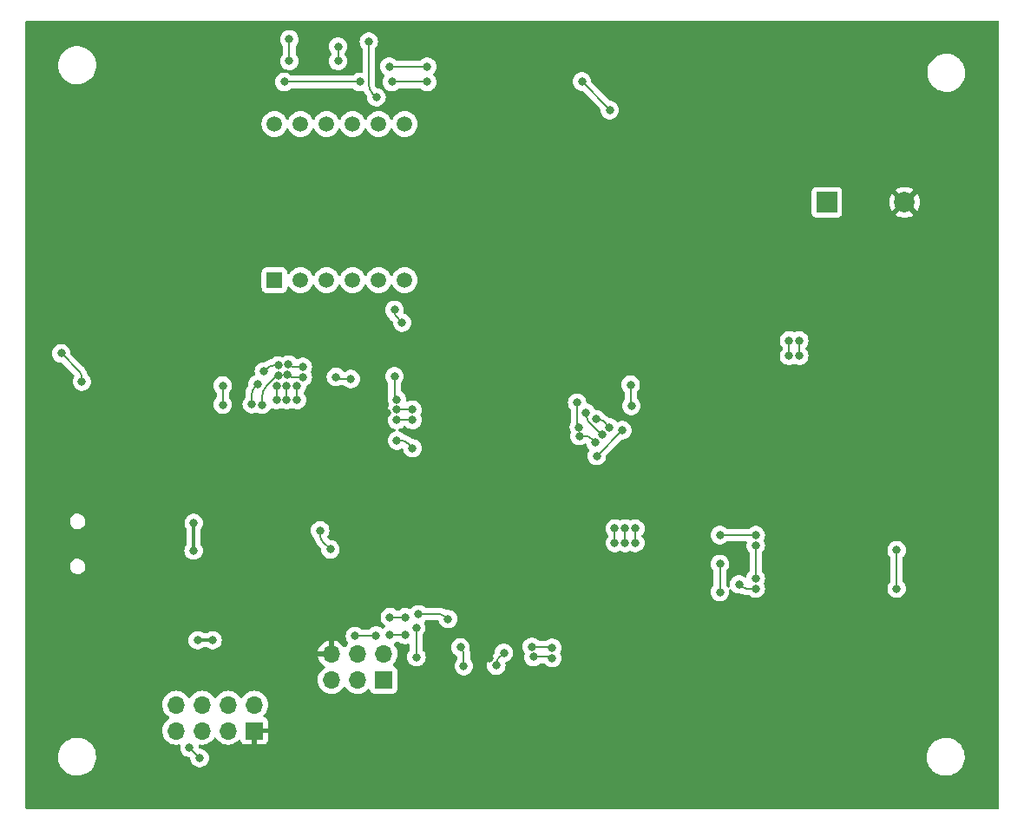
<source format=gbr>
%TF.GenerationSoftware,KiCad,Pcbnew,7.0.1*%
%TF.CreationDate,2023-04-20T13:06:00-06:00*%
%TF.ProjectId,Phase_B_ATMEGA,50686173-655f-4425-9f41-544d4547412e,rev?*%
%TF.SameCoordinates,Original*%
%TF.FileFunction,Copper,L2,Bot*%
%TF.FilePolarity,Positive*%
%FSLAX46Y46*%
G04 Gerber Fmt 4.6, Leading zero omitted, Abs format (unit mm)*
G04 Created by KiCad (PCBNEW 7.0.1) date 2023-04-20 13:06:00*
%MOMM*%
%LPD*%
G01*
G04 APERTURE LIST*
%TA.AperFunction,ComponentPad*%
%ADD10R,2.000000X2.000000*%
%TD*%
%TA.AperFunction,ComponentPad*%
%ADD11C,2.000000*%
%TD*%
%TA.AperFunction,ComponentPad*%
%ADD12R,1.700000X1.700000*%
%TD*%
%TA.AperFunction,ComponentPad*%
%ADD13O,1.700000X1.700000*%
%TD*%
%TA.AperFunction,ComponentPad*%
%ADD14R,1.500000X1.500000*%
%TD*%
%TA.AperFunction,ComponentPad*%
%ADD15C,1.500000*%
%TD*%
%TA.AperFunction,ViaPad*%
%ADD16C,0.800000*%
%TD*%
%TA.AperFunction,Conductor*%
%ADD17C,0.203200*%
%TD*%
%TA.AperFunction,Conductor*%
%ADD18C,0.304800*%
%TD*%
G04 APERTURE END LIST*
D10*
%TO.P,LS1,1,1*%
%TO.N,Buzzer*%
X173124042Y-81249490D03*
D11*
%TO.P,LS1,2,2*%
%TO.N,GND*%
X180724042Y-81249490D03*
%TD*%
D12*
%TO.P,J3,1,Pin_1*%
%TO.N,GND*%
X117260642Y-132833297D03*
D13*
%TO.P,J3,2,Pin_2*%
%TO.N,TX*%
X117260642Y-130293297D03*
%TO.P,J3,3,Pin_3*%
%TO.N,unconnected-(J3-Pin_3-Pad3)*%
X114720642Y-132833297D03*
%TO.P,J3,4,Pin_4*%
%TO.N,+3.3V*%
X114720642Y-130293297D03*
%TO.P,J3,5,Pin_5*%
%TO.N,Net-(J3-Pin_5)*%
X112180642Y-132833297D03*
%TO.P,J3,6,Pin_6*%
%TO.N,+3.3V*%
X112180642Y-130293297D03*
%TO.P,J3,7,Pin_7*%
%TO.N,RX*%
X109640642Y-132833297D03*
%TO.P,J3,8,Pin_8*%
%TO.N,+3.3V*%
X109640642Y-130293297D03*
%TD*%
D14*
%TO.P,U1,1,e*%
%TO.N,Net-(U1-e)*%
X119246287Y-88843270D03*
D15*
%TO.P,U1,2,d*%
%TO.N,Net-(U1-d)*%
X121786287Y-88843270D03*
%TO.P,U1,3,DPX*%
%TO.N,Net-(U1-DPX)*%
X124326287Y-88843270D03*
%TO.P,U1,4,c*%
%TO.N,Net-(U1-c)*%
X126866287Y-88843270D03*
%TO.P,U1,5,g*%
%TO.N,Net-(U1-g)*%
X129406287Y-88843270D03*
%TO.P,U1,6,CA4*%
%TO.N,Dig4*%
X131946287Y-88843270D03*
%TO.P,U1,7,b*%
%TO.N,Net-(U1-b)*%
X131946287Y-73603270D03*
%TO.P,U1,8,CA3*%
%TO.N,Dig3*%
X129406287Y-73603270D03*
%TO.P,U1,9,CA2*%
%TO.N,Dig2*%
X126866287Y-73603270D03*
%TO.P,U1,10,f*%
%TO.N,Net-(U1-f)*%
X124326287Y-73603270D03*
%TO.P,U1,11,a*%
%TO.N,Net-(U1-a)*%
X121786287Y-73603270D03*
%TO.P,U1,12,CA1*%
%TO.N,Dig1*%
X119246287Y-73603270D03*
%TD*%
D12*
%TO.P,J1,1,MISO*%
%TO.N,MISO*%
X129899259Y-127868989D03*
D13*
%TO.P,J1,2,VCC*%
%TO.N,+5V*%
X129899259Y-125328989D03*
%TO.P,J1,3,SCK*%
%TO.N,SCK*%
X127359259Y-127868989D03*
%TO.P,J1,4,MOSI*%
%TO.N,MOSI*%
X127359259Y-125328989D03*
%TO.P,J1,5,~{RST}*%
%TO.N,RST*%
X124819259Y-127868989D03*
%TO.P,J1,6,GND*%
%TO.N,GND*%
X124819259Y-125328989D03*
%TD*%
D16*
%TO.N,+5V*%
X111367496Y-112557369D03*
X111357758Y-115250000D03*
%TO.N,GND*%
X150700802Y-121000000D03*
X148700802Y-110250000D03*
X113700802Y-116500000D03*
X128200802Y-112000000D03*
X130200802Y-101800000D03*
X137950802Y-108250000D03*
X109700802Y-101500000D03*
X141950802Y-134250000D03*
X136200802Y-135750000D03*
X127950802Y-118250000D03*
X140200802Y-125750000D03*
X116950802Y-126250000D03*
X120950802Y-105000000D03*
X139700802Y-129750000D03*
X160986599Y-78468670D03*
X172950695Y-116119148D03*
X105700802Y-119250000D03*
%TO.N,XTAL1*%
X140884015Y-126479538D03*
X141623705Y-125229797D03*
%TO.N,+3.3V*%
X113200802Y-124000000D03*
X111760006Y-124000000D03*
%TO.N,SCK*%
X133071653Y-122798900D03*
X133105278Y-125654476D03*
%TO.N,MOSI*%
X132009021Y-123500000D03*
X130505221Y-123500000D03*
X127103862Y-123596940D03*
X129167210Y-123533592D03*
%TO.N,RST*%
X137402341Y-124701540D03*
X137715689Y-126514888D03*
%TO.N,RX*%
X111946555Y-135495753D03*
X110955049Y-134504247D03*
%TO.N,Button_1*%
X162700802Y-119307011D03*
X162700802Y-116548900D03*
X146348098Y-124750000D03*
X144361627Y-124638075D03*
%TO.N,Button_2*%
X144499702Y-125627993D03*
X179950802Y-118951100D03*
X179950802Y-115205966D03*
X146348098Y-125750000D03*
%TO.N,RED_LED*%
X162700802Y-113750000D03*
X166200802Y-113750000D03*
X169450802Y-94737733D03*
X169450802Y-96241533D03*
%TO.N,GREEN_LED*%
X170450305Y-96241533D03*
X166200802Y-114749503D03*
X170450305Y-94737733D03*
X166200802Y-117951100D03*
%TO.N,a*%
X120700802Y-67451100D03*
X131200802Y-100500000D03*
X130950802Y-98250000D03*
X120700802Y-65347800D03*
%TO.N,c*%
X121450802Y-100551100D03*
X121450802Y-99148900D03*
%TO.N,d*%
X120451299Y-100551100D03*
X120451299Y-99148900D03*
%TO.N,e*%
X119451796Y-100551100D03*
X119451796Y-99148900D03*
%TO.N,f*%
X125450802Y-67451100D03*
X125450802Y-66048900D03*
%TO.N,g*%
X126700802Y-98500000D03*
X122019421Y-98298900D03*
X120529750Y-98078943D03*
X119636344Y-98166582D03*
X118033828Y-101008393D03*
X125249702Y-98298900D03*
%TO.N,dp*%
X119620672Y-97167202D03*
X122019722Y-97299398D03*
X117035792Y-100954300D03*
X118218472Y-97750000D03*
X120617432Y-97083294D03*
X117584439Y-99032537D03*
%TO.N,Dig4*%
X149002725Y-104051923D03*
X152451796Y-113104811D03*
X148950802Y-103201100D03*
X150540331Y-104666323D03*
X130950802Y-91750000D03*
X131696555Y-92995753D03*
X152451299Y-114507011D03*
X148770047Y-100798900D03*
%TO.N,Dig3*%
X124700802Y-115130411D03*
X129200802Y-71000000D03*
X128450802Y-65548900D03*
X130505221Y-121750000D03*
X114200802Y-99148900D03*
X132009021Y-121750000D03*
X98450802Y-96000000D03*
X100450802Y-98750000D03*
X114200802Y-101000000D03*
X133318269Y-121464123D03*
X123700802Y-113281411D03*
X136175269Y-121925938D03*
%TO.N,Dig2*%
X134151902Y-68000000D03*
X130450802Y-68000000D03*
X164571555Y-118548900D03*
X166200802Y-118950603D03*
%TO.N,Dig1*%
X134151902Y-69500000D03*
X154002725Y-99051923D03*
X153196555Y-103504247D03*
X154066073Y-101115271D03*
X151950802Y-72250000D03*
X127567387Y-69500000D03*
X120200802Y-69500000D03*
X130700802Y-69500000D03*
X150700802Y-106000000D03*
X149240154Y-69460647D03*
%TO.N,SH_CP*%
X131201302Y-104500000D03*
X132705102Y-105250000D03*
%TO.N,ST_CP*%
X154450802Y-113104811D03*
X131201302Y-102500000D03*
X132705102Y-102500000D03*
X154450802Y-114507011D03*
X150627725Y-102426923D03*
X151941073Y-103240271D03*
%TO.N,DS*%
X149660706Y-101798900D03*
X132705102Y-101500000D03*
X151234318Y-103947026D03*
X153451299Y-113104811D03*
X131201302Y-101500000D03*
X153450802Y-114507011D03*
%TD*%
D17*
%TO.N,DS*%
X149660698Y-102125508D02*
G75*
G03*
X149891653Y-102683064I788502J8D01*
G01*
X153451080Y-114506788D02*
G75*
G03*
X153451298Y-114506162I-680J588D01*
G01*
X151127801Y-103919188D02*
G75*
G03*
X151194966Y-103947026I67199J67188D01*
G01*
%TO.N,ST_CP*%
X151304493Y-102603707D02*
G75*
G03*
X150877725Y-102426923I-426793J-426793D01*
G01*
%TO.N,SH_CP*%
X132221605Y-104766513D02*
G75*
G03*
X131578202Y-104500000I-643405J-643387D01*
G01*
%TO.N,Dig1*%
X151950840Y-72210647D02*
G75*
G03*
X151922975Y-72143468I-95040J-53D01*
G01*
X154002715Y-101007129D02*
G75*
G03*
X154034400Y-101083596I108185J29D01*
G01*
%TO.N,Dig2*%
X164772413Y-118749744D02*
G75*
G03*
X165257304Y-118950603I484887J484844D01*
G01*
%TO.N,Dig3*%
X100450810Y-98375000D02*
G75*
G03*
X100185636Y-97734834I-905310J0D01*
G01*
X123700784Y-113705911D02*
G75*
G03*
X124000968Y-114430577I1024816J11D01*
G01*
X135944362Y-121695029D02*
G75*
G03*
X135386901Y-121464123I-557462J-557471D01*
G01*
X128450814Y-69719669D02*
G75*
G03*
X128825802Y-70625000I1280286J-31D01*
G01*
%TO.N,Dig4*%
X130950816Y-92000000D02*
G75*
G03*
X131127579Y-92426775I603584J0D01*
G01*
X150233145Y-104359109D02*
G75*
G03*
X149491484Y-104051923I-741645J-741691D01*
G01*
X148770021Y-102892531D02*
G75*
G03*
X148860425Y-103110721I308579J31D01*
G01*
X152451576Y-114506788D02*
G75*
G03*
X152451795Y-114506162I-676J588D01*
G01*
%TO.N,dp*%
X119210971Y-97167179D02*
G75*
G03*
X118511567Y-97456904I29J-989121D01*
G01*
X117310096Y-99306841D02*
G75*
G03*
X117035792Y-99969136I662304J-662259D01*
G01*
X120725465Y-97191365D02*
G75*
G03*
X120986344Y-97299398I260835J260865D01*
G01*
%TO.N,g*%
X119539122Y-98166598D02*
G75*
G03*
X119373154Y-98235327I-22J-234702D01*
G01*
X120639706Y-98188943D02*
G75*
G03*
X120905240Y-98298900I265494J265543D01*
G01*
X125350251Y-98399451D02*
G75*
G03*
X125593001Y-98500000I242749J242751D01*
G01*
X118540719Y-99067741D02*
G75*
G03*
X118033828Y-100291524I1223781J-1223759D01*
G01*
%TO.N,a*%
X130950792Y-100073223D02*
G75*
G03*
X131075802Y-100375000I426808J23D01*
G01*
%TO.N,Button_2*%
X146287090Y-125689000D02*
G75*
G03*
X146139819Y-125627993I-147290J-147300D01*
G01*
%TO.N,Button_1*%
X146292111Y-124694061D02*
G75*
G03*
X146157030Y-124638075I-135111J-135039D01*
G01*
%TO.N,RST*%
X137715726Y-125236458D02*
G75*
G03*
X137559014Y-124858215I-534926J-42D01*
G01*
%TO.N,MOSI*%
X129059068Y-123596918D02*
G75*
G03*
X129135536Y-123565266I32J108118D01*
G01*
%TO.N,SCK*%
X133071685Y-125597074D02*
G75*
G03*
X133088465Y-125637663I57415J-26D01*
G01*
%TO.N,XTAL1*%
X141064339Y-125789150D02*
G75*
G03*
X140884015Y-126224512I435361J-435350D01*
G01*
D18*
%TO.N,+5V*%
X111362633Y-115245137D02*
G75*
G03*
X111367496Y-115233376I-11733J11737D01*
G01*
X111357758Y-115250000D02*
X111362627Y-115245131D01*
X111367496Y-112557369D02*
X111367496Y-115233376D01*
D17*
%TO.N,XTAL1*%
X141064345Y-125789156D02*
X141623705Y-125229797D01*
X140884015Y-126224512D02*
X140884015Y-126479538D01*
D18*
%TO.N,+3.3V*%
X113200802Y-124000000D02*
X111760006Y-124000000D01*
D17*
%TO.N,SCK*%
X133071653Y-122798900D02*
X133071653Y-125597074D01*
X133105278Y-125654476D02*
X133088465Y-125637663D01*
%TO.N,MOSI*%
X130505221Y-123500000D02*
X132009021Y-123500000D01*
X129135536Y-123565266D02*
X129167210Y-123533592D01*
X127103862Y-123596940D02*
X129059068Y-123596940D01*
%TO.N,RST*%
X137715689Y-126514888D02*
X137715689Y-125236458D01*
X137559015Y-124858214D02*
X137402341Y-124701540D01*
%TO.N,RX*%
X111946555Y-135495753D02*
X110955049Y-134504247D01*
%TO.N,Button_1*%
X162700802Y-119307011D02*
X162700802Y-116548900D01*
X146348098Y-124750000D02*
X146292135Y-124694037D01*
X144361627Y-124638075D02*
X146157030Y-124638075D01*
%TO.N,Button_2*%
X146287094Y-125688996D02*
X146348098Y-125750000D01*
X179950802Y-115205966D02*
X179950802Y-118951100D01*
X144499702Y-125627993D02*
X146139819Y-125627993D01*
%TO.N,RED_LED*%
X169450802Y-94737733D02*
X169450802Y-96241533D01*
X162700802Y-113750000D02*
X166200802Y-113750000D01*
%TO.N,GREEN_LED*%
X170450305Y-96241533D02*
X170450305Y-94737733D01*
X166200802Y-117951100D02*
X166200802Y-114749503D01*
%TO.N,a*%
X130950802Y-100394290D02*
X130967965Y-100411453D01*
X120700802Y-65347800D02*
X120700802Y-67451100D01*
X130950802Y-98250000D02*
X130950802Y-100073223D01*
X131200802Y-100500000D02*
X131075802Y-100375000D01*
%TO.N,c*%
X121450802Y-99148900D02*
X121450802Y-100551100D01*
%TO.N,d*%
X120451299Y-99148900D02*
X120451299Y-100551100D01*
%TO.N,e*%
X119451796Y-99148900D02*
X119451796Y-100551100D01*
%TO.N,f*%
X125450802Y-67451100D02*
X125450802Y-66048900D01*
%TO.N,g*%
X118033828Y-101008393D02*
X118033828Y-100291524D01*
X120639728Y-98188921D02*
X120529750Y-98078943D01*
X119373154Y-98235327D02*
X118540730Y-99067752D01*
X126700802Y-98500000D02*
X125593001Y-98500000D01*
X119539122Y-98166582D02*
X119636344Y-98166582D01*
X122019421Y-98298900D02*
X120905240Y-98298900D01*
X125249702Y-98298900D02*
X125350252Y-98399450D01*
%TO.N,dp*%
X117310115Y-99306860D02*
X117584439Y-99032537D01*
X119620672Y-97167202D02*
X119210971Y-97167202D01*
X120617432Y-97083294D02*
X120725484Y-97191346D01*
X122019722Y-97299398D02*
X120986344Y-97299398D01*
X118218472Y-97750000D02*
X118511567Y-97456904D01*
X117035792Y-99969136D02*
X117035792Y-100954300D01*
%TO.N,Dig4*%
X148770047Y-100798900D02*
X148770047Y-102892531D01*
X131127578Y-92426776D02*
X131696555Y-92995753D01*
X149002725Y-104051923D02*
X149491484Y-104051923D01*
X152451796Y-114506162D02*
X152451796Y-113104811D01*
X150540331Y-104666323D02*
X150233131Y-104359123D01*
X148860424Y-103110722D02*
X148950802Y-103201100D01*
X152451547Y-114506762D02*
X152451299Y-114507011D01*
X130950802Y-92000000D02*
X130950802Y-91750000D01*
%TO.N,Dig3*%
X123700802Y-113705911D02*
X123700802Y-113281411D01*
X100450802Y-98375000D02*
X100450802Y-98750000D01*
X133318269Y-121464123D02*
X135386901Y-121464123D01*
X114200802Y-99148900D02*
X114200802Y-101000000D01*
X98450802Y-96000000D02*
X100185636Y-97734834D01*
X128825802Y-70625000D02*
X129200802Y-71000000D01*
X128450802Y-69719669D02*
X128450802Y-65548900D01*
X135944361Y-121695030D02*
X136175269Y-121925938D01*
X124700802Y-115130411D02*
X124000968Y-114430577D01*
X132009021Y-121750000D02*
X130505221Y-121750000D01*
%TO.N,Dig2*%
X165257304Y-118950603D02*
X166200802Y-118950603D01*
X130450802Y-68000000D02*
X134151902Y-68000000D01*
X164772406Y-118749751D02*
X164571555Y-118548900D01*
%TO.N,Dig1*%
X151950802Y-72210647D02*
X151950802Y-72250000D01*
X150700802Y-106000000D02*
X153196555Y-103504247D01*
X130700802Y-69500000D02*
X134151902Y-69500000D01*
X154002725Y-99051923D02*
X154002725Y-101007129D01*
X151922975Y-72143468D02*
X149240154Y-69460647D01*
X127567387Y-69500000D02*
X120200802Y-69500000D01*
X154066073Y-101115271D02*
X154034399Y-101083597D01*
%TO.N,SH_CP*%
X132221610Y-104766508D02*
X132705102Y-105250000D01*
X131201302Y-104500000D02*
X131578202Y-104500000D01*
%TO.N,ST_CP*%
X151941073Y-103240271D02*
X151304501Y-102603699D01*
X132705102Y-102500000D02*
X131201302Y-102500000D01*
X150627725Y-102426923D02*
X150877725Y-102426923D01*
X154450802Y-113104811D02*
X154450802Y-114507011D01*
%TO.N,DS*%
X149891653Y-102683064D02*
X151127789Y-103919200D01*
X149660706Y-102125508D02*
X149660706Y-101798900D01*
X153451299Y-114506162D02*
X153451299Y-113104811D01*
X132705102Y-101500000D02*
X131201302Y-101500000D01*
X151234318Y-103947026D02*
X151194966Y-103947026D01*
X153451050Y-114506762D02*
X153450802Y-114507011D01*
%TD*%
%TA.AperFunction,Conductor*%
%TO.N,GND*%
G36*
X189858302Y-63516613D02*
G01*
X189903689Y-63562000D01*
X189920302Y-63624000D01*
X189920302Y-140370500D01*
X189903689Y-140432500D01*
X189858302Y-140477887D01*
X189796302Y-140494500D01*
X95074802Y-140494500D01*
X95012802Y-140477887D01*
X94967415Y-140432500D01*
X94950802Y-140370500D01*
X94950802Y-135438591D01*
X98145787Y-135438591D01*
X98175413Y-135707843D01*
X98177033Y-135714039D01*
X98243928Y-135969915D01*
X98297720Y-136096497D01*
X98349871Y-136219219D01*
X98490982Y-136450438D01*
X98664253Y-136658645D01*
X98664255Y-136658647D01*
X98865998Y-136839409D01*
X99091910Y-136988871D01*
X99198211Y-137038702D01*
X99337177Y-137103848D01*
X99596562Y-137181885D01*
X99596569Y-137181887D01*
X99864561Y-137221327D01*
X100067631Y-137221327D01*
X100067634Y-137221327D01*
X100270156Y-137206504D01*
X100352868Y-137188079D01*
X100534553Y-137147607D01*
X100787558Y-137050841D01*
X101023777Y-136918268D01*
X101238177Y-136752715D01*
X101426186Y-136557708D01*
X101583799Y-136337406D01*
X101707656Y-136096502D01*
X101795118Y-135840132D01*
X101844319Y-135573760D01*
X101854212Y-135303062D01*
X101824586Y-135033809D01*
X101756072Y-134771739D01*
X101650130Y-134522437D01*
X101524138Y-134315992D01*
X101509017Y-134291215D01*
X101335746Y-134083008D01*
X101230758Y-133988939D01*
X101134002Y-133902245D01*
X100908090Y-133752783D01*
X100901040Y-133749478D01*
X100662822Y-133637805D01*
X100403437Y-133559768D01*
X100403431Y-133559767D01*
X100135439Y-133520327D01*
X99932369Y-133520327D01*
X99932366Y-133520327D01*
X99729843Y-133535149D01*
X99465449Y-133594046D01*
X99212441Y-133690813D01*
X98976223Y-133823386D01*
X98761825Y-133988936D01*
X98573813Y-134183947D01*
X98416201Y-134404247D01*
X98292342Y-134645156D01*
X98204881Y-134901522D01*
X98155680Y-135167893D01*
X98145787Y-135438591D01*
X94950802Y-135438591D01*
X94950802Y-132833296D01*
X108284982Y-132833296D01*
X108305578Y-133068704D01*
X108350351Y-133235798D01*
X108366739Y-133296960D01*
X108466607Y-133511127D01*
X108602147Y-133704698D01*
X108769241Y-133871792D01*
X108962812Y-134007332D01*
X109176979Y-134107200D01*
X109405234Y-134168360D01*
X109640642Y-134188956D01*
X109876050Y-134168360D01*
X109919756Y-134156649D01*
X109985508Y-134157079D01*
X110041796Y-134191067D01*
X110072792Y-134249056D01*
X110070320Y-134302985D01*
X110070738Y-134303029D01*
X110069994Y-134310102D01*
X110069782Y-134314737D01*
X110069375Y-134315991D01*
X110049589Y-134504247D01*
X110052152Y-134528631D01*
X110069375Y-134692504D01*
X110127869Y-134872531D01*
X110222515Y-135036463D01*
X110349178Y-135177136D01*
X110502318Y-135288398D01*
X110675246Y-135365391D01*
X110860401Y-135404747D01*
X110860403Y-135404747D01*
X110919880Y-135404747D01*
X110978095Y-135419262D01*
X111022681Y-135459407D01*
X111043200Y-135515784D01*
X111049294Y-135573760D01*
X111060881Y-135684010D01*
X111119375Y-135864037D01*
X111214021Y-136027969D01*
X111340684Y-136168642D01*
X111493824Y-136279904D01*
X111666752Y-136356897D01*
X111851907Y-136396253D01*
X111851909Y-136396253D01*
X112041201Y-136396253D01*
X112041203Y-136396253D01*
X112164639Y-136370015D01*
X112226358Y-136356897D01*
X112399285Y-136279904D01*
X112474286Y-136225413D01*
X112552425Y-136168642D01*
X112679088Y-136027969D01*
X112773734Y-135864037D01*
X112781501Y-135840132D01*
X112832229Y-135684009D01*
X112852015Y-135495753D01*
X112846658Y-135444785D01*
X182885763Y-135444785D01*
X182915389Y-135714037D01*
X182915390Y-135714039D01*
X182983904Y-135976109D01*
X183065722Y-136168642D01*
X183089847Y-136225413D01*
X183230958Y-136456632D01*
X183399076Y-136658647D01*
X183404231Y-136664841D01*
X183605974Y-136845603D01*
X183831886Y-136995065D01*
X183938187Y-137044897D01*
X184077153Y-137110042D01*
X184315950Y-137181885D01*
X184336545Y-137188081D01*
X184604537Y-137227521D01*
X184807607Y-137227521D01*
X184807610Y-137227521D01*
X185010132Y-137212698D01*
X185010132Y-137212697D01*
X185274529Y-137153801D01*
X185527534Y-137057035D01*
X185763753Y-136924462D01*
X185978153Y-136758909D01*
X186166162Y-136563902D01*
X186323775Y-136343600D01*
X186447632Y-136102696D01*
X186535094Y-135846326D01*
X186584295Y-135579954D01*
X186594188Y-135309256D01*
X186564562Y-135040003D01*
X186496048Y-134777933D01*
X186390106Y-134528631D01*
X186260333Y-134315991D01*
X186248993Y-134297409D01*
X186075722Y-134089202D01*
X186021350Y-134040485D01*
X185873978Y-133908439D01*
X185648066Y-133758977D01*
X185627803Y-133749478D01*
X185402798Y-133643999D01*
X185143413Y-133565962D01*
X185143407Y-133565961D01*
X184875415Y-133526521D01*
X184672345Y-133526521D01*
X184672342Y-133526521D01*
X184469819Y-133541343D01*
X184205425Y-133600240D01*
X183952417Y-133697007D01*
X183716199Y-133829580D01*
X183501801Y-133995130D01*
X183313789Y-134190141D01*
X183156177Y-134410441D01*
X183095412Y-134528631D01*
X183035503Y-134645156D01*
X183032318Y-134651350D01*
X182944857Y-134907716D01*
X182895656Y-135174087D01*
X182885763Y-135444785D01*
X112846658Y-135444785D01*
X112832229Y-135307497D01*
X112773734Y-135127469D01*
X112773734Y-135127468D01*
X112679088Y-134963536D01*
X112552425Y-134822863D01*
X112399285Y-134711601D01*
X112226357Y-134634608D01*
X112041203Y-134595253D01*
X112041201Y-134595253D01*
X111981724Y-134595253D01*
X111923510Y-134580739D01*
X111878923Y-134540593D01*
X111858403Y-134484217D01*
X111840723Y-134315991D01*
X111840721Y-134315986D01*
X111839815Y-134307362D01*
X111846069Y-134253518D01*
X111874693Y-134207487D01*
X111920218Y-134178064D01*
X111973944Y-134170872D01*
X112180642Y-134188956D01*
X112416050Y-134168360D01*
X112644305Y-134107200D01*
X112858472Y-134007332D01*
X113052043Y-133871792D01*
X113219137Y-133704698D01*
X113349068Y-133519136D01*
X113393385Y-133480272D01*
X113450642Y-133466261D01*
X113507899Y-133480272D01*
X113552215Y-133519136D01*
X113682147Y-133704698D01*
X113849241Y-133871792D01*
X114042812Y-134007332D01*
X114256979Y-134107200D01*
X114485234Y-134168360D01*
X114720642Y-134188956D01*
X114956050Y-134168360D01*
X115184305Y-134107200D01*
X115398472Y-134007332D01*
X115592043Y-133871792D01*
X115714359Y-133749475D01*
X115767102Y-133718182D01*
X115828394Y-133715993D01*
X115883239Y-133743446D01*
X115918219Y-133793825D01*
X115967289Y-133925385D01*
X116053453Y-134040485D01*
X116168552Y-134126649D01*
X116303266Y-134176894D01*
X116362818Y-134183297D01*
X117010642Y-134183297D01*
X117010642Y-133083297D01*
X117510642Y-133083297D01*
X117510642Y-134183297D01*
X118158466Y-134183297D01*
X118218017Y-134176894D01*
X118352731Y-134126649D01*
X118467830Y-134040485D01*
X118553994Y-133925386D01*
X118604239Y-133790672D01*
X118610642Y-133731121D01*
X118610642Y-133083297D01*
X117510642Y-133083297D01*
X117010642Y-133083297D01*
X117010642Y-132707297D01*
X117027255Y-132645297D01*
X117072642Y-132599910D01*
X117134642Y-132583297D01*
X118610642Y-132583297D01*
X118610642Y-131935473D01*
X118604239Y-131875921D01*
X118553994Y-131741207D01*
X118467830Y-131626108D01*
X118352730Y-131539944D01*
X118221170Y-131490874D01*
X118170791Y-131455894D01*
X118143338Y-131401049D01*
X118145527Y-131339757D01*
X118176820Y-131287014D01*
X118299137Y-131164698D01*
X118434677Y-130971127D01*
X118534545Y-130756960D01*
X118595705Y-130528705D01*
X118616301Y-130293297D01*
X118595705Y-130057889D01*
X118534545Y-129829634D01*
X118434677Y-129615468D01*
X118299137Y-129421896D01*
X118132043Y-129254802D01*
X117938472Y-129119262D01*
X117724305Y-129019394D01*
X117663143Y-129003006D01*
X117496049Y-128958233D01*
X117260642Y-128937637D01*
X117025234Y-128958233D01*
X116796978Y-129019394D01*
X116582812Y-129119262D01*
X116389240Y-129254802D01*
X116222147Y-129421895D01*
X116092217Y-129607456D01*
X116047899Y-129646322D01*
X115990642Y-129660333D01*
X115933385Y-129646322D01*
X115889067Y-129607456D01*
X115759136Y-129421895D01*
X115592046Y-129254805D01*
X115592043Y-129254802D01*
X115398472Y-129119262D01*
X115184305Y-129019394D01*
X115123143Y-129003006D01*
X114956049Y-128958233D01*
X114720642Y-128937637D01*
X114485234Y-128958233D01*
X114256978Y-129019394D01*
X114042812Y-129119262D01*
X113849240Y-129254802D01*
X113682147Y-129421895D01*
X113552217Y-129607456D01*
X113507899Y-129646322D01*
X113450642Y-129660333D01*
X113393385Y-129646322D01*
X113349067Y-129607456D01*
X113219136Y-129421895D01*
X113052046Y-129254805D01*
X113052043Y-129254802D01*
X112858472Y-129119262D01*
X112644305Y-129019394D01*
X112583143Y-129003006D01*
X112416049Y-128958233D01*
X112180642Y-128937637D01*
X111945234Y-128958233D01*
X111716978Y-129019394D01*
X111502812Y-129119262D01*
X111309240Y-129254802D01*
X111142147Y-129421895D01*
X111012217Y-129607456D01*
X110967899Y-129646322D01*
X110910642Y-129660333D01*
X110853385Y-129646322D01*
X110809067Y-129607456D01*
X110679136Y-129421895D01*
X110512046Y-129254805D01*
X110512043Y-129254802D01*
X110318472Y-129119262D01*
X110104305Y-129019394D01*
X110043143Y-129003006D01*
X109876049Y-128958233D01*
X109640642Y-128937637D01*
X109405234Y-128958233D01*
X109176978Y-129019394D01*
X108962812Y-129119262D01*
X108769240Y-129254802D01*
X108602147Y-129421895D01*
X108466607Y-129615467D01*
X108366739Y-129829633D01*
X108305578Y-130057889D01*
X108284982Y-130293297D01*
X108305578Y-130528704D01*
X108350351Y-130695799D01*
X108366739Y-130756960D01*
X108466607Y-130971127D01*
X108602147Y-131164698D01*
X108769241Y-131331792D01*
X108954802Y-131461723D01*
X108993666Y-131506040D01*
X109007677Y-131563297D01*
X108993666Y-131620554D01*
X108954801Y-131664872D01*
X108769237Y-131794805D01*
X108602147Y-131961895D01*
X108466607Y-132155467D01*
X108366739Y-132369633D01*
X108305578Y-132597889D01*
X108284982Y-132833296D01*
X94950802Y-132833296D01*
X94950802Y-127868989D01*
X123463599Y-127868989D01*
X123484195Y-128104396D01*
X123528968Y-128271491D01*
X123545356Y-128332652D01*
X123645224Y-128546819D01*
X123780764Y-128740390D01*
X123947858Y-128907484D01*
X124141429Y-129043024D01*
X124355596Y-129142892D01*
X124583851Y-129204052D01*
X124819259Y-129224648D01*
X125054667Y-129204052D01*
X125282922Y-129142892D01*
X125497089Y-129043024D01*
X125690660Y-128907484D01*
X125857754Y-128740390D01*
X125987687Y-128554826D01*
X126032001Y-128515964D01*
X126089258Y-128501953D01*
X126146514Y-128515963D01*
X126190832Y-128554828D01*
X126320764Y-128740390D01*
X126487858Y-128907484D01*
X126681429Y-129043024D01*
X126895596Y-129142892D01*
X127123851Y-129204052D01*
X127359259Y-129224648D01*
X127594667Y-129204052D01*
X127822922Y-129142892D01*
X128037089Y-129043024D01*
X128230660Y-128907484D01*
X128352588Y-128785555D01*
X128405331Y-128754262D01*
X128466624Y-128752073D01*
X128521468Y-128779526D01*
X128556448Y-128829905D01*
X128605463Y-128961320D01*
X128691713Y-129076535D01*
X128806928Y-129162785D01*
X128941776Y-129213080D01*
X129001386Y-129219489D01*
X130797131Y-129219488D01*
X130856742Y-129213080D01*
X130991590Y-129162785D01*
X131106805Y-129076535D01*
X131193055Y-128961320D01*
X131243350Y-128826472D01*
X131249759Y-128766862D01*
X131249758Y-126971117D01*
X131243350Y-126911506D01*
X131193055Y-126776658D01*
X131106805Y-126661443D01*
X130991590Y-126575193D01*
X130930157Y-126552280D01*
X130860175Y-126526178D01*
X130809796Y-126491198D01*
X130782343Y-126436354D01*
X130784532Y-126375061D01*
X130815825Y-126322318D01*
X130937754Y-126200390D01*
X131073294Y-126006819D01*
X131173162Y-125792652D01*
X131234322Y-125564397D01*
X131254918Y-125328989D01*
X131251315Y-125287813D01*
X131234322Y-125093581D01*
X131220378Y-125041541D01*
X131173162Y-124865326D01*
X131073294Y-124651160D01*
X130937754Y-124457588D01*
X130937749Y-124457583D01*
X130933963Y-124452176D01*
X130912075Y-124392578D01*
X130922554Y-124329958D01*
X130962649Y-124280737D01*
X131111092Y-124172888D01*
X131137888Y-124143127D01*
X131179602Y-124112820D01*
X131230038Y-124102100D01*
X131284204Y-124102100D01*
X131334640Y-124112820D01*
X131376354Y-124143128D01*
X131403151Y-124172889D01*
X131556290Y-124284151D01*
X131729218Y-124361144D01*
X131914373Y-124400500D01*
X131914375Y-124400500D01*
X132103667Y-124400500D01*
X132103669Y-124400500D01*
X132288822Y-124361145D01*
X132295118Y-124358342D01*
X132355283Y-124348004D01*
X132413089Y-124367627D01*
X132454526Y-124412455D01*
X132469553Y-124471622D01*
X132469553Y-124967145D01*
X132461317Y-125011583D01*
X132437705Y-125050114D01*
X132409074Y-125081911D01*
X132372742Y-125122262D01*
X132278098Y-125286191D01*
X132219604Y-125466218D01*
X132199818Y-125654475D01*
X132219604Y-125842733D01*
X132278098Y-126022760D01*
X132372744Y-126186692D01*
X132499407Y-126327365D01*
X132652547Y-126438627D01*
X132825475Y-126515620D01*
X133010630Y-126554976D01*
X133010632Y-126554976D01*
X133199924Y-126554976D01*
X133199926Y-126554976D01*
X133341431Y-126524898D01*
X133385081Y-126515620D01*
X133558008Y-126438627D01*
X133594459Y-126412144D01*
X133711148Y-126327365D01*
X133734994Y-126300882D01*
X133837811Y-126186692D01*
X133932457Y-126022760D01*
X133990952Y-125842732D01*
X134010738Y-125654476D01*
X133990952Y-125466220D01*
X133946363Y-125328989D01*
X133932457Y-125286191D01*
X133837813Y-125122262D01*
X133811988Y-125093581D01*
X133711149Y-124981588D01*
X133711145Y-124981585D01*
X133705603Y-124975430D01*
X133681989Y-124936895D01*
X133673753Y-124892457D01*
X133673753Y-124701540D01*
X136496881Y-124701540D01*
X136516667Y-124889797D01*
X136575161Y-125069824D01*
X136669807Y-125233756D01*
X136755944Y-125329420D01*
X136796470Y-125374428D01*
X136949611Y-125485691D01*
X137003154Y-125509530D01*
X137040025Y-125525947D01*
X137078788Y-125553089D01*
X137104560Y-125592775D01*
X137113589Y-125639226D01*
X137113589Y-125790212D01*
X137105353Y-125834650D01*
X137081739Y-125873184D01*
X136983155Y-125982671D01*
X136888509Y-126146603D01*
X136830015Y-126326630D01*
X136811476Y-126503024D01*
X136810229Y-126514888D01*
X136810608Y-126518490D01*
X136830015Y-126703145D01*
X136888509Y-126883172D01*
X136983155Y-127047104D01*
X137109818Y-127187777D01*
X137262958Y-127299039D01*
X137435886Y-127376032D01*
X137621041Y-127415388D01*
X137621043Y-127415388D01*
X137810335Y-127415388D01*
X137810337Y-127415388D01*
X137933772Y-127389150D01*
X137995492Y-127376032D01*
X138168419Y-127299039D01*
X138271256Y-127224324D01*
X138321559Y-127187777D01*
X138448222Y-127047104D01*
X138542868Y-126883172D01*
X138559984Y-126830494D01*
X138601363Y-126703144D01*
X138621149Y-126514888D01*
X138617434Y-126479538D01*
X139978555Y-126479538D01*
X139980402Y-126497108D01*
X139998341Y-126667795D01*
X140056835Y-126847822D01*
X140151481Y-127011754D01*
X140278144Y-127152427D01*
X140431284Y-127263689D01*
X140604212Y-127340682D01*
X140789367Y-127380038D01*
X140789369Y-127380038D01*
X140978661Y-127380038D01*
X140978663Y-127380038D01*
X141102099Y-127353800D01*
X141163818Y-127340682D01*
X141336745Y-127263689D01*
X141374821Y-127236025D01*
X141489885Y-127152427D01*
X141616548Y-127011754D01*
X141711194Y-126847822D01*
X141716824Y-126830494D01*
X141769689Y-126667794D01*
X141789475Y-126479538D01*
X141769689Y-126291282D01*
X141759999Y-126261462D01*
X141757614Y-126193149D01*
X141791794Y-126133948D01*
X141852148Y-126101857D01*
X141903508Y-126090941D01*
X141903509Y-126090940D01*
X141903511Y-126090940D01*
X142076435Y-126013948D01*
X142229575Y-125902686D01*
X142356238Y-125762013D01*
X142450884Y-125598081D01*
X142474322Y-125525947D01*
X142509379Y-125418053D01*
X142529165Y-125229797D01*
X142509379Y-125041541D01*
X142475820Y-124938257D01*
X142450884Y-124861512D01*
X142356238Y-124697580D01*
X142302659Y-124638075D01*
X143456167Y-124638075D01*
X143475953Y-124826332D01*
X143534447Y-125006359D01*
X143629093Y-125170290D01*
X143634451Y-125176241D01*
X143663592Y-125233432D01*
X143660233Y-125297532D01*
X143614028Y-125439735D01*
X143594242Y-125627992D01*
X143614028Y-125816250D01*
X143672522Y-125996277D01*
X143767168Y-126160209D01*
X143893831Y-126300882D01*
X144046971Y-126412144D01*
X144219899Y-126489137D01*
X144405054Y-126528493D01*
X144405056Y-126528493D01*
X144594348Y-126528493D01*
X144594350Y-126528493D01*
X144742004Y-126497108D01*
X144779505Y-126489137D01*
X144952432Y-126412144D01*
X145105573Y-126300881D01*
X145132369Y-126271120D01*
X145174083Y-126240813D01*
X145224519Y-126230093D01*
X145513880Y-126230093D01*
X145575882Y-126246707D01*
X145604139Y-126274966D01*
X145606844Y-126272531D01*
X145742227Y-126422889D01*
X145895367Y-126534151D01*
X146068295Y-126611144D01*
X146253450Y-126650500D01*
X146253452Y-126650500D01*
X146442744Y-126650500D01*
X146442746Y-126650500D01*
X146566181Y-126624262D01*
X146627901Y-126611144D01*
X146800828Y-126534151D01*
X146953969Y-126422888D01*
X147080631Y-126282216D01*
X147175277Y-126118284D01*
X147233772Y-125938256D01*
X147253558Y-125750000D01*
X147233772Y-125561744D01*
X147175277Y-125381716D01*
X147135025Y-125311999D01*
X147118413Y-125250000D01*
X147135026Y-125188000D01*
X147145251Y-125170290D01*
X147175277Y-125118284D01*
X147233772Y-124938256D01*
X147253558Y-124750000D01*
X147233772Y-124561744D01*
X147197405Y-124449819D01*
X147175277Y-124381715D01*
X147080631Y-124217783D01*
X146953968Y-124077110D01*
X146800828Y-123965848D01*
X146627900Y-123888855D01*
X146442746Y-123849500D01*
X146442744Y-123849500D01*
X146253452Y-123849500D01*
X146253450Y-123849500D01*
X146068295Y-123888855D01*
X145895367Y-123965848D01*
X145831442Y-124012293D01*
X145796875Y-124029906D01*
X145758557Y-124035975D01*
X145086444Y-124035975D01*
X145036008Y-124025255D01*
X144994294Y-123994947D01*
X144967496Y-123965185D01*
X144814357Y-123853923D01*
X144641429Y-123776930D01*
X144456275Y-123737575D01*
X144456273Y-123737575D01*
X144266981Y-123737575D01*
X144266979Y-123737575D01*
X144081824Y-123776930D01*
X143908896Y-123853923D01*
X143755756Y-123965185D01*
X143629093Y-124105858D01*
X143534447Y-124269790D01*
X143475953Y-124449817D01*
X143456167Y-124638075D01*
X142302659Y-124638075D01*
X142229575Y-124556907D01*
X142076435Y-124445645D01*
X141903507Y-124368652D01*
X141718353Y-124329297D01*
X141718351Y-124329297D01*
X141529059Y-124329297D01*
X141529057Y-124329297D01*
X141343902Y-124368652D01*
X141170974Y-124445645D01*
X141017834Y-124556907D01*
X140891171Y-124697580D01*
X140796525Y-124861512D01*
X140738031Y-125041539D01*
X140716883Y-125242758D01*
X140714507Y-125242508D01*
X140710760Y-125274162D01*
X140681550Y-125320452D01*
X140672602Y-125329399D01*
X140672571Y-125329420D01*
X140570813Y-125431179D01*
X140458148Y-125586254D01*
X140399168Y-125702014D01*
X140361567Y-125746039D01*
X140278144Y-125806648D01*
X140151481Y-125947321D01*
X140056835Y-126111253D01*
X139998341Y-126291280D01*
X139990332Y-126367480D01*
X139978555Y-126479538D01*
X138617434Y-126479538D01*
X138601363Y-126326632D01*
X138560239Y-126200067D01*
X138542868Y-126146603D01*
X138448222Y-125982671D01*
X138349639Y-125873184D01*
X138326025Y-125834650D01*
X138317789Y-125790212D01*
X138317789Y-125324807D01*
X138317795Y-125324750D01*
X138317794Y-125309522D01*
X138317795Y-125309519D01*
X138317793Y-125287811D01*
X138317829Y-125287630D01*
X138317825Y-125236411D01*
X138317826Y-125236411D01*
X138317819Y-125146923D01*
X138289807Y-124970154D01*
X138288310Y-124965548D01*
X138282237Y-124927222D01*
X138287718Y-124892609D01*
X138288013Y-124889802D01*
X138288015Y-124889796D01*
X138307801Y-124701540D01*
X138288015Y-124513284D01*
X138254690Y-124410721D01*
X138229520Y-124333255D01*
X138134874Y-124169323D01*
X138008211Y-124028650D01*
X137855071Y-123917388D01*
X137682143Y-123840395D01*
X137496989Y-123801040D01*
X137496987Y-123801040D01*
X137307695Y-123801040D01*
X137307693Y-123801040D01*
X137122538Y-123840395D01*
X136949610Y-123917388D01*
X136796470Y-124028650D01*
X136669807Y-124169323D01*
X136575161Y-124333255D01*
X136516667Y-124513282D01*
X136496881Y-124701540D01*
X133673753Y-124701540D01*
X133673753Y-123523576D01*
X133681989Y-123479138D01*
X133705603Y-123440604D01*
X133804186Y-123331116D01*
X133898832Y-123167184D01*
X133932123Y-123064724D01*
X133957327Y-122987156D01*
X133977113Y-122798900D01*
X133957327Y-122610644D01*
X133898832Y-122430616D01*
X133898832Y-122430615D01*
X133842716Y-122333419D01*
X133826179Y-122275746D01*
X133838653Y-122217060D01*
X133877217Y-122171101D01*
X133924140Y-122137011D01*
X133950936Y-122107250D01*
X133992650Y-122076943D01*
X134043086Y-122066223D01*
X135183917Y-122066223D01*
X135234352Y-122076943D01*
X135276067Y-122107251D01*
X135301848Y-122151905D01*
X135348089Y-122294222D01*
X135442735Y-122458154D01*
X135569398Y-122598827D01*
X135722538Y-122710089D01*
X135895466Y-122787082D01*
X136080621Y-122826438D01*
X136080623Y-122826438D01*
X136269915Y-122826438D01*
X136269917Y-122826438D01*
X136399472Y-122798900D01*
X136455072Y-122787082D01*
X136627999Y-122710089D01*
X136733977Y-122633092D01*
X136781139Y-122598827D01*
X136907802Y-122458154D01*
X137002448Y-122294222D01*
X137019748Y-122240978D01*
X137060943Y-122114194D01*
X137080729Y-121925938D01*
X137060943Y-121737682D01*
X137003777Y-121561744D01*
X137002448Y-121557653D01*
X136907802Y-121393721D01*
X136781139Y-121253048D01*
X136627999Y-121141786D01*
X136455071Y-121064793D01*
X136269917Y-121025438D01*
X136269915Y-121025438D01*
X136080623Y-121025438D01*
X136075747Y-121025438D01*
X136013748Y-121008826D01*
X136003207Y-121002740D01*
X136003205Y-121002739D01*
X136003203Y-121002738D01*
X135834812Y-120932990D01*
X135834813Y-120932990D01*
X135834810Y-120932989D01*
X135746779Y-120909401D01*
X135658747Y-120885813D01*
X135478038Y-120862023D01*
X135478037Y-120862023D01*
X135426361Y-120862023D01*
X134043086Y-120862023D01*
X133992650Y-120851303D01*
X133950936Y-120820995D01*
X133924138Y-120791233D01*
X133770999Y-120679971D01*
X133598071Y-120602978D01*
X133412917Y-120563623D01*
X133412915Y-120563623D01*
X133223623Y-120563623D01*
X133223621Y-120563623D01*
X133038466Y-120602978D01*
X132865538Y-120679971D01*
X132712398Y-120791233D01*
X132588722Y-120928590D01*
X132547007Y-120958898D01*
X132496571Y-120969618D01*
X132446137Y-120958897D01*
X132378067Y-120928590D01*
X132288823Y-120888855D01*
X132103669Y-120849500D01*
X132103667Y-120849500D01*
X131914375Y-120849500D01*
X131914373Y-120849500D01*
X131729218Y-120888855D01*
X131556290Y-120965848D01*
X131403151Y-121077110D01*
X131376354Y-121106872D01*
X131334640Y-121137180D01*
X131284204Y-121147900D01*
X131230038Y-121147900D01*
X131179602Y-121137180D01*
X131137888Y-121106872D01*
X131111090Y-121077110D01*
X130957951Y-120965848D01*
X130785023Y-120888855D01*
X130599869Y-120849500D01*
X130599867Y-120849500D01*
X130410575Y-120849500D01*
X130410573Y-120849500D01*
X130225418Y-120888855D01*
X130052490Y-120965848D01*
X129899350Y-121077110D01*
X129772687Y-121217783D01*
X129678041Y-121381715D01*
X129619547Y-121561742D01*
X129599761Y-121750000D01*
X129619547Y-121938257D01*
X129678041Y-122118284D01*
X129772687Y-122282216D01*
X129899348Y-122422887D01*
X130039457Y-122524682D01*
X130077056Y-122568705D01*
X130090571Y-122625000D01*
X130077056Y-122681295D01*
X130039457Y-122725318D01*
X129888807Y-122834772D01*
X129887161Y-122832507D01*
X129856065Y-122853467D01*
X129796412Y-122859724D01*
X129740802Y-122837251D01*
X129619940Y-122749440D01*
X129447012Y-122672447D01*
X129261858Y-122633092D01*
X129261856Y-122633092D01*
X129072564Y-122633092D01*
X129072562Y-122633092D01*
X128887407Y-122672447D01*
X128714479Y-122749440D01*
X128561339Y-122860702D01*
X128477504Y-122953812D01*
X128435789Y-122984120D01*
X128385354Y-122994840D01*
X127828679Y-122994840D01*
X127778243Y-122984120D01*
X127736529Y-122953812D01*
X127709731Y-122924050D01*
X127556592Y-122812788D01*
X127383664Y-122735795D01*
X127198510Y-122696440D01*
X127198508Y-122696440D01*
X127009216Y-122696440D01*
X127009214Y-122696440D01*
X126824059Y-122735795D01*
X126651131Y-122812788D01*
X126497991Y-122924050D01*
X126371328Y-123064723D01*
X126276682Y-123228655D01*
X126218188Y-123408682D01*
X126198402Y-123596939D01*
X126218188Y-123785197D01*
X126276682Y-123965224D01*
X126371326Y-124129153D01*
X126371329Y-124129156D01*
X126424243Y-124187923D01*
X126452915Y-124243000D01*
X126451290Y-124305073D01*
X126419775Y-124358575D01*
X126320767Y-124457584D01*
X126320766Y-124457586D01*
X126320764Y-124457588D01*
X126216517Y-124606468D01*
X126190528Y-124643585D01*
X126146210Y-124682450D01*
X126088953Y-124696461D01*
X126031696Y-124682450D01*
X125987378Y-124643584D01*
X125857368Y-124457910D01*
X125690340Y-124290882D01*
X125496835Y-124155388D01*
X125282751Y-124055558D01*
X125069259Y-123998353D01*
X125069259Y-125454989D01*
X125052646Y-125516989D01*
X125007259Y-125562376D01*
X124945259Y-125578989D01*
X123488623Y-125578989D01*
X123545828Y-125792481D01*
X123645658Y-126006565D01*
X123781152Y-126200070D01*
X123948177Y-126367095D01*
X124133854Y-126497108D01*
X124172719Y-126541426D01*
X124186730Y-126598683D01*
X124172719Y-126655940D01*
X124133854Y-126700258D01*
X123947854Y-126830497D01*
X123780764Y-126997587D01*
X123645224Y-127191159D01*
X123545356Y-127405325D01*
X123484195Y-127633581D01*
X123463599Y-127868989D01*
X94950802Y-127868989D01*
X94950802Y-125078989D01*
X123488623Y-125078989D01*
X124569259Y-125078989D01*
X124569259Y-123998353D01*
X124569258Y-123998353D01*
X124355766Y-124055558D01*
X124141680Y-124155389D01*
X123948180Y-124290879D01*
X123781149Y-124457910D01*
X123645659Y-124651410D01*
X123545828Y-124865496D01*
X123488623Y-125078988D01*
X123488623Y-125078989D01*
X94950802Y-125078989D01*
X94950802Y-124000000D01*
X110854546Y-124000000D01*
X110874332Y-124188257D01*
X110932826Y-124368284D01*
X111027472Y-124532216D01*
X111154135Y-124672889D01*
X111307275Y-124784151D01*
X111480203Y-124861144D01*
X111665358Y-124900500D01*
X111665360Y-124900500D01*
X111854652Y-124900500D01*
X111854654Y-124900500D01*
X112019334Y-124865496D01*
X112039809Y-124861144D01*
X112212736Y-124784151D01*
X112360794Y-124676580D01*
X112395360Y-124658969D01*
X112433678Y-124652900D01*
X112527130Y-124652900D01*
X112565448Y-124658969D01*
X112600013Y-124676580D01*
X112748072Y-124784151D01*
X112748073Y-124784151D01*
X112748074Y-124784152D01*
X112920999Y-124861144D01*
X113106154Y-124900500D01*
X113106156Y-124900500D01*
X113295448Y-124900500D01*
X113295450Y-124900500D01*
X113460130Y-124865496D01*
X113480605Y-124861144D01*
X113653532Y-124784151D01*
X113772686Y-124697581D01*
X113806672Y-124672889D01*
X113833059Y-124643584D01*
X113933335Y-124532216D01*
X114027981Y-124368284D01*
X114086476Y-124188256D01*
X114106262Y-124000000D01*
X114086476Y-123811744D01*
X114027981Y-123631716D01*
X114027981Y-123631715D01*
X113933335Y-123467783D01*
X113806672Y-123327110D01*
X113653532Y-123215848D01*
X113480604Y-123138855D01*
X113295450Y-123099500D01*
X113295448Y-123099500D01*
X113106156Y-123099500D01*
X113106154Y-123099500D01*
X112920999Y-123138855D01*
X112748074Y-123215847D01*
X112667159Y-123274635D01*
X112600013Y-123323419D01*
X112565448Y-123341031D01*
X112527130Y-123347100D01*
X112433678Y-123347100D01*
X112395360Y-123341031D01*
X112360794Y-123323419D01*
X112212736Y-123215849D01*
X112212735Y-123215848D01*
X112212733Y-123215847D01*
X112039808Y-123138855D01*
X111854654Y-123099500D01*
X111854652Y-123099500D01*
X111665360Y-123099500D01*
X111665358Y-123099500D01*
X111480203Y-123138855D01*
X111307275Y-123215848D01*
X111154135Y-123327110D01*
X111027472Y-123467783D01*
X110932826Y-123631715D01*
X110874332Y-123811742D01*
X110854546Y-124000000D01*
X94950802Y-124000000D01*
X94950802Y-119307011D01*
X161795342Y-119307011D01*
X161815128Y-119495268D01*
X161873622Y-119675295D01*
X161968268Y-119839227D01*
X162094931Y-119979900D01*
X162248071Y-120091162D01*
X162420999Y-120168155D01*
X162606154Y-120207511D01*
X162606156Y-120207511D01*
X162795448Y-120207511D01*
X162795450Y-120207511D01*
X162918885Y-120181273D01*
X162980605Y-120168155D01*
X163153532Y-120091162D01*
X163306673Y-119979899D01*
X163433335Y-119839227D01*
X163527981Y-119675295D01*
X163586476Y-119495267D01*
X163606262Y-119307011D01*
X163586476Y-119118755D01*
X163586473Y-119118748D01*
X163586410Y-119118141D01*
X163597532Y-119052383D01*
X163641110Y-119001897D01*
X163704538Y-118981288D01*
X163769468Y-118996517D01*
X163817118Y-119043178D01*
X163839022Y-119081117D01*
X163965684Y-119221789D01*
X164118824Y-119333051D01*
X164291752Y-119410044D01*
X164476907Y-119449400D01*
X164476909Y-119449400D01*
X164666201Y-119449400D01*
X164679120Y-119446653D01*
X164721086Y-119445005D01*
X164761197Y-119457460D01*
X164762931Y-119458344D01*
X164839784Y-119483316D01*
X164955727Y-119520990D01*
X165118266Y-119546734D01*
X165155948Y-119552703D01*
X165155949Y-119552703D01*
X165217844Y-119552703D01*
X165257308Y-119552703D01*
X165475985Y-119552703D01*
X165526421Y-119563423D01*
X165568135Y-119593731D01*
X165594932Y-119623492D01*
X165748071Y-119734754D01*
X165920999Y-119811747D01*
X166106154Y-119851103D01*
X166106156Y-119851103D01*
X166295448Y-119851103D01*
X166295450Y-119851103D01*
X166418885Y-119824865D01*
X166480605Y-119811747D01*
X166653532Y-119734754D01*
X166806673Y-119623491D01*
X166933335Y-119482819D01*
X167027981Y-119318887D01*
X167086476Y-119138859D01*
X167106210Y-118951100D01*
X179045342Y-118951100D01*
X179065128Y-119139357D01*
X179123622Y-119319384D01*
X179218268Y-119483316D01*
X179344931Y-119623989D01*
X179498071Y-119735251D01*
X179670999Y-119812244D01*
X179856154Y-119851600D01*
X179856156Y-119851600D01*
X180045448Y-119851600D01*
X180045450Y-119851600D01*
X180168885Y-119825362D01*
X180230605Y-119812244D01*
X180403532Y-119735251D01*
X180556673Y-119623988D01*
X180683335Y-119483316D01*
X180777981Y-119319384D01*
X180836476Y-119139356D01*
X180856262Y-118951100D01*
X180836476Y-118762844D01*
X180794652Y-118634123D01*
X180777981Y-118582815D01*
X180683335Y-118418883D01*
X180584752Y-118309396D01*
X180561138Y-118270862D01*
X180552902Y-118226424D01*
X180552902Y-115930642D01*
X180561138Y-115886204D01*
X180584752Y-115847670D01*
X180683335Y-115738182D01*
X180777981Y-115574250D01*
X180824935Y-115429741D01*
X180836476Y-115394222D01*
X180856262Y-115205966D01*
X180836476Y-115017710D01*
X180777981Y-114837682D01*
X180777981Y-114837681D01*
X180683335Y-114673749D01*
X180556672Y-114533076D01*
X180403532Y-114421814D01*
X180230604Y-114344821D01*
X180045450Y-114305466D01*
X180045448Y-114305466D01*
X179856156Y-114305466D01*
X179856154Y-114305466D01*
X179670999Y-114344821D01*
X179498071Y-114421814D01*
X179344931Y-114533076D01*
X179218268Y-114673749D01*
X179123622Y-114837681D01*
X179065128Y-115017708D01*
X179045342Y-115205965D01*
X179065128Y-115394223D01*
X179123622Y-115574250D01*
X179218268Y-115738182D01*
X179316852Y-115847670D01*
X179340466Y-115886204D01*
X179348702Y-115930642D01*
X179348702Y-118226424D01*
X179340466Y-118270862D01*
X179316852Y-118309396D01*
X179218268Y-118418883D01*
X179123622Y-118582815D01*
X179065128Y-118762842D01*
X179045342Y-118951100D01*
X167106210Y-118951100D01*
X167106262Y-118950603D01*
X167086476Y-118762347D01*
X167042425Y-118626773D01*
X167027982Y-118582321D01*
X167027981Y-118582319D01*
X166987871Y-118512847D01*
X166971260Y-118450851D01*
X166987873Y-118388852D01*
X167027981Y-118319384D01*
X167086476Y-118139356D01*
X167106262Y-117951100D01*
X167086476Y-117762844D01*
X167027981Y-117582816D01*
X167027981Y-117582815D01*
X166933335Y-117418883D01*
X166834752Y-117309396D01*
X166811138Y-117270862D01*
X166802902Y-117226424D01*
X166802902Y-115474179D01*
X166811138Y-115429741D01*
X166834752Y-115391207D01*
X166933335Y-115281719D01*
X167027981Y-115117787D01*
X167039745Y-115081581D01*
X167086476Y-114937759D01*
X167106262Y-114749503D01*
X167086476Y-114561247D01*
X167042869Y-114427039D01*
X167027982Y-114381221D01*
X167007797Y-114346260D01*
X166987871Y-114311747D01*
X166971260Y-114249751D01*
X166987873Y-114187752D01*
X167027981Y-114118284D01*
X167086476Y-113938256D01*
X167106262Y-113750000D01*
X167086476Y-113561744D01*
X167027981Y-113381716D01*
X167027981Y-113381715D01*
X166933335Y-113217783D01*
X166806672Y-113077110D01*
X166653532Y-112965848D01*
X166480604Y-112888855D01*
X166295450Y-112849500D01*
X166295448Y-112849500D01*
X166106156Y-112849500D01*
X166106154Y-112849500D01*
X165920999Y-112888855D01*
X165748071Y-112965848D01*
X165594932Y-113077110D01*
X165568135Y-113106872D01*
X165526421Y-113137180D01*
X165475985Y-113147900D01*
X163425619Y-113147900D01*
X163375183Y-113137180D01*
X163333469Y-113106872D01*
X163306671Y-113077110D01*
X163153532Y-112965848D01*
X162980604Y-112888855D01*
X162795450Y-112849500D01*
X162795448Y-112849500D01*
X162606156Y-112849500D01*
X162606154Y-112849500D01*
X162420999Y-112888855D01*
X162248071Y-112965848D01*
X162094931Y-113077110D01*
X161968268Y-113217783D01*
X161873622Y-113381715D01*
X161815128Y-113561742D01*
X161805884Y-113649695D01*
X161795342Y-113750000D01*
X161798065Y-113775912D01*
X161815128Y-113938257D01*
X161873622Y-114118284D01*
X161968268Y-114282216D01*
X162094931Y-114422889D01*
X162248071Y-114534151D01*
X162420999Y-114611144D01*
X162606154Y-114650500D01*
X162606156Y-114650500D01*
X162795448Y-114650500D01*
X162795450Y-114650500D01*
X162918886Y-114624262D01*
X162980605Y-114611144D01*
X163153532Y-114534151D01*
X163306673Y-114422888D01*
X163333469Y-114393127D01*
X163375183Y-114362820D01*
X163425619Y-114352100D01*
X165212413Y-114352100D01*
X165268708Y-114365615D01*
X165312731Y-114403215D01*
X165334886Y-114456702D01*
X165330344Y-114514418D01*
X165315128Y-114561245D01*
X165295342Y-114749503D01*
X165315128Y-114937760D01*
X165373622Y-115117787D01*
X165468268Y-115281719D01*
X165566852Y-115391207D01*
X165590466Y-115429741D01*
X165598702Y-115474179D01*
X165598702Y-117226424D01*
X165590466Y-117270862D01*
X165566852Y-117309396D01*
X165468268Y-117418883D01*
X165373622Y-117582815D01*
X165311822Y-117773019D01*
X165281572Y-117822382D01*
X165232209Y-117852632D01*
X165174494Y-117857174D01*
X165121006Y-117835019D01*
X165024285Y-117764748D01*
X164851357Y-117687755D01*
X164666203Y-117648400D01*
X164666201Y-117648400D01*
X164476909Y-117648400D01*
X164476907Y-117648400D01*
X164291752Y-117687755D01*
X164118824Y-117764748D01*
X163965684Y-117876010D01*
X163839021Y-118016683D01*
X163744375Y-118180615D01*
X163685881Y-118360642D01*
X163666095Y-118548900D01*
X163685946Y-118737770D01*
X163674824Y-118803528D01*
X163631246Y-118854013D01*
X163567818Y-118874622D01*
X163502888Y-118859393D01*
X163455238Y-118812731D01*
X163433335Y-118774794D01*
X163334752Y-118665307D01*
X163311138Y-118626773D01*
X163302902Y-118582335D01*
X163302902Y-117273576D01*
X163311138Y-117229138D01*
X163334752Y-117190604D01*
X163433335Y-117081116D01*
X163527981Y-116917184D01*
X163553003Y-116840174D01*
X163586476Y-116737156D01*
X163606262Y-116548900D01*
X163586476Y-116360644D01*
X163527981Y-116180616D01*
X163527981Y-116180615D01*
X163433335Y-116016683D01*
X163306672Y-115876010D01*
X163153532Y-115764748D01*
X162980604Y-115687755D01*
X162795450Y-115648400D01*
X162795448Y-115648400D01*
X162606156Y-115648400D01*
X162606154Y-115648400D01*
X162420999Y-115687755D01*
X162248071Y-115764748D01*
X162094931Y-115876010D01*
X161968268Y-116016683D01*
X161873622Y-116180615D01*
X161815128Y-116360642D01*
X161795342Y-116548900D01*
X161815128Y-116737157D01*
X161873622Y-116917184D01*
X161968268Y-117081116D01*
X162066852Y-117190604D01*
X162090466Y-117229138D01*
X162098702Y-117273576D01*
X162098702Y-118582335D01*
X162090466Y-118626773D01*
X162066852Y-118665307D01*
X161968268Y-118774794D01*
X161873622Y-118938726D01*
X161815128Y-119118753D01*
X161795342Y-119307011D01*
X94950802Y-119307011D01*
X94950802Y-116840173D01*
X99289376Y-116840173D01*
X99302956Y-116917184D01*
X99319843Y-117012950D01*
X99349247Y-117081116D01*
X99389331Y-117174043D01*
X99494098Y-117314769D01*
X99628491Y-117427539D01*
X99628492Y-117427539D01*
X99628494Y-117427541D01*
X99785275Y-117506279D01*
X99785276Y-117506279D01*
X99785278Y-117506280D01*
X99955985Y-117546739D01*
X99955987Y-117546739D01*
X100087412Y-117546739D01*
X100087417Y-117546739D01*
X100217963Y-117531480D01*
X100382825Y-117471476D01*
X100529404Y-117375069D01*
X100649800Y-117247457D01*
X100737520Y-117095520D01*
X100787838Y-116927449D01*
X100798039Y-116752304D01*
X100767573Y-116579528D01*
X100698085Y-116418435D01*
X100593318Y-116277709D01*
X100593317Y-116277708D01*
X100458924Y-116164938D01*
X100302137Y-116086197D01*
X100131431Y-116045739D01*
X100131429Y-116045739D01*
X99999999Y-116045739D01*
X99918407Y-116055275D01*
X99869450Y-116060998D01*
X99704591Y-116121001D01*
X99558011Y-116217409D01*
X99437616Y-116345019D01*
X99349896Y-116496957D01*
X99349896Y-116496958D01*
X99299578Y-116665029D01*
X99299577Y-116665031D01*
X99299578Y-116665031D01*
X99289376Y-116840173D01*
X94950802Y-116840173D01*
X94950802Y-115250000D01*
X110452298Y-115250000D01*
X110472084Y-115438257D01*
X110530578Y-115618284D01*
X110625224Y-115782216D01*
X110751887Y-115922889D01*
X110905027Y-116034151D01*
X111077955Y-116111144D01*
X111263110Y-116150500D01*
X111263112Y-116150500D01*
X111452404Y-116150500D01*
X111452406Y-116150500D01*
X111591187Y-116121001D01*
X111637561Y-116111144D01*
X111810488Y-116034151D01*
X111810488Y-116034150D01*
X111963628Y-115922889D01*
X111996660Y-115886204D01*
X112090291Y-115782216D01*
X112184937Y-115618284D01*
X112243432Y-115438256D01*
X112263218Y-115250000D01*
X112243432Y-115061744D01*
X112184937Y-114881716D01*
X112184937Y-114881715D01*
X112090291Y-114717784D01*
X112052247Y-114675532D01*
X112028632Y-114636997D01*
X112020396Y-114592559D01*
X112020396Y-113281410D01*
X122795342Y-113281410D01*
X122815128Y-113469668D01*
X122873622Y-113649695D01*
X122968268Y-113813627D01*
X123095424Y-113954847D01*
X123115881Y-113985900D01*
X123126212Y-114021622D01*
X123126525Y-114024002D01*
X123181728Y-114230006D01*
X123263346Y-114427039D01*
X123263349Y-114427044D01*
X123369990Y-114611741D01*
X123399733Y-114650500D01*
X123499829Y-114780941D01*
X123575059Y-114856167D01*
X123575062Y-114856169D01*
X123758652Y-115039759D01*
X123787857Y-115086043D01*
X123791605Y-115117699D01*
X123793980Y-115117450D01*
X123815128Y-115318668D01*
X123873622Y-115498695D01*
X123968268Y-115662627D01*
X124094931Y-115803300D01*
X124248071Y-115914562D01*
X124420999Y-115991555D01*
X124606154Y-116030911D01*
X124606156Y-116030911D01*
X124795448Y-116030911D01*
X124795450Y-116030911D01*
X124918886Y-116004673D01*
X124980605Y-115991555D01*
X125153532Y-115914562D01*
X125206592Y-115876012D01*
X125306672Y-115803300D01*
X125433335Y-115662627D01*
X125527981Y-115498695D01*
X125535947Y-115474179D01*
X125586476Y-115318667D01*
X125606262Y-115130411D01*
X125586476Y-114942155D01*
X125527981Y-114762127D01*
X125527981Y-114762126D01*
X125433335Y-114598194D01*
X125351233Y-114507011D01*
X151545839Y-114507011D01*
X151565625Y-114695268D01*
X151624119Y-114875295D01*
X151718765Y-115039227D01*
X151845428Y-115179900D01*
X151998568Y-115291162D01*
X152171496Y-115368155D01*
X152356651Y-115407511D01*
X152356653Y-115407511D01*
X152545945Y-115407511D01*
X152545947Y-115407511D01*
X152731099Y-115368156D01*
X152731100Y-115368155D01*
X152731102Y-115368155D01*
X152900617Y-115292680D01*
X152951049Y-115281961D01*
X153001485Y-115292682D01*
X153170999Y-115368155D01*
X153356154Y-115407511D01*
X153356156Y-115407511D01*
X153545448Y-115407511D01*
X153545450Y-115407511D01*
X153730602Y-115368156D01*
X153730603Y-115368155D01*
X153730605Y-115368155D01*
X153900370Y-115292569D01*
X153950801Y-115281850D01*
X154001236Y-115292570D01*
X154059851Y-115318668D01*
X154170999Y-115368155D01*
X154356154Y-115407511D01*
X154356156Y-115407511D01*
X154545448Y-115407511D01*
X154545450Y-115407511D01*
X154668885Y-115381273D01*
X154730605Y-115368155D01*
X154903532Y-115291162D01*
X155056673Y-115179899D01*
X155183335Y-115039227D01*
X155277981Y-114875295D01*
X155336476Y-114695267D01*
X155356262Y-114507011D01*
X155336476Y-114318755D01*
X155277981Y-114138727D01*
X155277981Y-114138726D01*
X155183335Y-113974794D01*
X155105980Y-113888884D01*
X155077812Y-113835910D01*
X155077812Y-113775912D01*
X155105980Y-113722938D01*
X155183335Y-113637027D01*
X155277981Y-113473095D01*
X155277981Y-113473094D01*
X155336476Y-113293067D01*
X155356262Y-113104811D01*
X155336476Y-112916555D01*
X155282097Y-112749194D01*
X155277981Y-112736526D01*
X155183335Y-112572594D01*
X155056672Y-112431921D01*
X154903532Y-112320659D01*
X154730604Y-112243666D01*
X154545450Y-112204311D01*
X154545448Y-112204311D01*
X154356156Y-112204311D01*
X154356154Y-112204311D01*
X154170999Y-112243666D01*
X154001486Y-112319139D01*
X153951050Y-112329860D01*
X153900614Y-112319139D01*
X153731101Y-112243666D01*
X153545947Y-112204311D01*
X153545945Y-112204311D01*
X153356653Y-112204311D01*
X153356651Y-112204311D01*
X153171496Y-112243666D01*
X153001983Y-112319139D01*
X152951547Y-112329860D01*
X152901111Y-112319139D01*
X152731598Y-112243666D01*
X152546444Y-112204311D01*
X152546442Y-112204311D01*
X152357150Y-112204311D01*
X152357148Y-112204311D01*
X152171993Y-112243666D01*
X151999065Y-112320659D01*
X151845925Y-112431921D01*
X151719262Y-112572594D01*
X151624616Y-112736526D01*
X151566122Y-112916553D01*
X151546336Y-113104811D01*
X151566122Y-113293068D01*
X151624616Y-113473095D01*
X151719262Y-113637027D01*
X151796369Y-113722663D01*
X151824536Y-113775637D01*
X151824536Y-113835633D01*
X151796369Y-113888607D01*
X151718765Y-113974794D01*
X151624119Y-114138726D01*
X151565625Y-114318753D01*
X151545839Y-114507011D01*
X125351233Y-114507011D01*
X125306672Y-114457521D01*
X125153532Y-114346259D01*
X124980604Y-114269266D01*
X124795450Y-114229911D01*
X124795448Y-114229911D01*
X124703162Y-114229911D01*
X124655709Y-114220472D01*
X124615481Y-114193592D01*
X124489198Y-114067309D01*
X124489188Y-114067296D01*
X124431006Y-114009115D01*
X124422835Y-114000100D01*
X124415414Y-113991058D01*
X124390089Y-113938702D01*
X124391421Y-113880558D01*
X124419118Y-113829416D01*
X124433335Y-113813627D01*
X124527981Y-113649695D01*
X124586476Y-113469667D01*
X124606262Y-113281411D01*
X124586476Y-113093155D01*
X124527981Y-112913127D01*
X124527981Y-112913126D01*
X124433335Y-112749194D01*
X124306672Y-112608521D01*
X124153532Y-112497259D01*
X123980604Y-112420266D01*
X123795450Y-112380911D01*
X123795448Y-112380911D01*
X123606156Y-112380911D01*
X123606154Y-112380911D01*
X123420999Y-112420266D01*
X123248071Y-112497259D01*
X123094931Y-112608521D01*
X122968268Y-112749194D01*
X122873622Y-112913126D01*
X122815128Y-113093153D01*
X122795342Y-113281410D01*
X112020396Y-113281410D01*
X112020396Y-113225625D01*
X112028632Y-113181187D01*
X112052247Y-113142652D01*
X112100029Y-113089585D01*
X112194675Y-112925653D01*
X112206631Y-112888855D01*
X112253170Y-112745625D01*
X112272956Y-112557369D01*
X112253170Y-112369113D01*
X112212410Y-112243666D01*
X112194675Y-112189084D01*
X112100029Y-112025152D01*
X111973366Y-111884479D01*
X111820226Y-111773217D01*
X111647298Y-111696224D01*
X111462144Y-111656869D01*
X111462142Y-111656869D01*
X111272850Y-111656869D01*
X111272848Y-111656869D01*
X111087693Y-111696224D01*
X110914765Y-111773217D01*
X110761625Y-111884479D01*
X110634962Y-112025152D01*
X110540316Y-112189084D01*
X110481822Y-112369111D01*
X110462036Y-112557369D01*
X110481822Y-112745626D01*
X110540316Y-112925653D01*
X110634962Y-113089585D01*
X110682745Y-113142652D01*
X110706360Y-113181187D01*
X110714596Y-113225625D01*
X110714596Y-114570929D01*
X110706360Y-114615367D01*
X110682745Y-114653902D01*
X110625224Y-114717783D01*
X110530578Y-114881715D01*
X110472084Y-115061742D01*
X110452298Y-115250000D01*
X94950802Y-115250000D01*
X94950802Y-112440173D01*
X99289376Y-112440173D01*
X99299443Y-112497260D01*
X99319843Y-112612950D01*
X99377073Y-112745625D01*
X99389331Y-112774043D01*
X99494098Y-112914769D01*
X99628491Y-113027539D01*
X99628492Y-113027539D01*
X99628494Y-113027541D01*
X99785275Y-113106279D01*
X99785276Y-113106279D01*
X99785278Y-113106280D01*
X99955985Y-113146739D01*
X99955987Y-113146739D01*
X100087412Y-113146739D01*
X100087417Y-113146739D01*
X100217963Y-113131480D01*
X100382825Y-113071476D01*
X100529404Y-112975069D01*
X100649800Y-112847457D01*
X100737520Y-112695520D01*
X100787838Y-112527449D01*
X100798039Y-112352304D01*
X100767573Y-112179528D01*
X100698085Y-112018435D01*
X100593318Y-111877709D01*
X100593317Y-111877708D01*
X100458924Y-111764938D01*
X100371438Y-111721001D01*
X100302141Y-111686199D01*
X100302140Y-111686198D01*
X100302137Y-111686197D01*
X100131431Y-111645739D01*
X100131429Y-111645739D01*
X99999999Y-111645739D01*
X99918407Y-111655275D01*
X99869450Y-111660998D01*
X99704591Y-111721001D01*
X99558011Y-111817409D01*
X99437616Y-111945019D01*
X99349896Y-112096957D01*
X99349896Y-112096958D01*
X99299578Y-112265029D01*
X99299577Y-112265031D01*
X99299578Y-112265031D01*
X99289376Y-112440173D01*
X94950802Y-112440173D01*
X94950802Y-100999999D01*
X113295342Y-100999999D01*
X113315128Y-101188257D01*
X113373622Y-101368284D01*
X113468268Y-101532216D01*
X113594931Y-101672889D01*
X113748071Y-101784151D01*
X113920999Y-101861144D01*
X114106154Y-101900500D01*
X114106156Y-101900500D01*
X114295448Y-101900500D01*
X114295450Y-101900500D01*
X114418886Y-101874262D01*
X114480605Y-101861144D01*
X114653532Y-101784151D01*
X114725495Y-101731867D01*
X114806672Y-101672889D01*
X114833791Y-101642771D01*
X114933335Y-101532216D01*
X115027981Y-101368284D01*
X115086476Y-101188256D01*
X115106262Y-101000000D01*
X115101459Y-100954299D01*
X116130332Y-100954299D01*
X116150118Y-101142557D01*
X116208612Y-101322584D01*
X116303258Y-101486516D01*
X116429921Y-101627189D01*
X116583061Y-101738451D01*
X116755989Y-101815444D01*
X116941144Y-101854800D01*
X116941146Y-101854800D01*
X117130438Y-101854800D01*
X117130440Y-101854800D01*
X117315592Y-101815445D01*
X117315593Y-101815444D01*
X117315595Y-101815444D01*
X117434358Y-101762566D01*
X117497754Y-101752525D01*
X117557679Y-101775529D01*
X117581099Y-101792545D01*
X117754025Y-101869537D01*
X117939180Y-101908893D01*
X117939182Y-101908893D01*
X118128474Y-101908893D01*
X118128476Y-101908893D01*
X118251911Y-101882655D01*
X118313631Y-101869537D01*
X118486558Y-101792544D01*
X118570073Y-101731867D01*
X118639698Y-101681282D01*
X118670127Y-101647487D01*
X118766361Y-101540609D01*
X118824099Y-101440604D01*
X118852440Y-101391516D01*
X118894117Y-101348357D01*
X118951178Y-101329817D01*
X119010261Y-101340235D01*
X119125438Y-101391516D01*
X119171993Y-101412244D01*
X119357148Y-101451600D01*
X119357150Y-101451600D01*
X119546442Y-101451600D01*
X119546444Y-101451600D01*
X119731596Y-101412245D01*
X119731597Y-101412244D01*
X119731599Y-101412244D01*
X119901114Y-101336769D01*
X119951546Y-101326050D01*
X120001982Y-101336771D01*
X120171496Y-101412244D01*
X120356651Y-101451600D01*
X120356653Y-101451600D01*
X120545945Y-101451600D01*
X120545947Y-101451600D01*
X120731099Y-101412245D01*
X120731100Y-101412244D01*
X120731102Y-101412244D01*
X120900617Y-101336769D01*
X120951049Y-101326050D01*
X121001485Y-101336771D01*
X121170999Y-101412244D01*
X121356154Y-101451600D01*
X121356156Y-101451600D01*
X121545448Y-101451600D01*
X121545450Y-101451600D01*
X121668885Y-101425362D01*
X121730605Y-101412244D01*
X121903532Y-101335251D01*
X121935887Y-101311744D01*
X122056672Y-101223989D01*
X122154563Y-101115271D01*
X122183335Y-101083316D01*
X122277981Y-100919384D01*
X122336476Y-100739356D01*
X122356262Y-100551100D01*
X122336476Y-100362844D01*
X122293190Y-100229624D01*
X122277981Y-100182815D01*
X122183335Y-100018883D01*
X122105979Y-99932971D01*
X122077812Y-99879997D01*
X122077813Y-99820000D01*
X122105978Y-99767028D01*
X122183335Y-99681116D01*
X122277981Y-99517184D01*
X122336476Y-99337156D01*
X122350350Y-99205143D01*
X122373352Y-99145223D01*
X122423235Y-99104829D01*
X122472151Y-99083051D01*
X122625292Y-98971788D01*
X122751954Y-98831116D01*
X122846600Y-98667184D01*
X122905095Y-98487156D01*
X122924881Y-98298900D01*
X124344242Y-98298900D01*
X124364028Y-98487157D01*
X124422522Y-98667184D01*
X124517168Y-98831116D01*
X124643831Y-98971789D01*
X124796971Y-99083051D01*
X124969899Y-99160044D01*
X125155054Y-99199400D01*
X125155056Y-99199400D01*
X125344348Y-99199400D01*
X125344350Y-99199400D01*
X125467785Y-99173162D01*
X125529505Y-99160044D01*
X125627000Y-99116636D01*
X125635569Y-99112821D01*
X125686005Y-99102100D01*
X125975985Y-99102100D01*
X126026421Y-99112820D01*
X126068135Y-99143128D01*
X126094932Y-99172889D01*
X126248071Y-99284151D01*
X126420999Y-99361144D01*
X126606154Y-99400500D01*
X126606156Y-99400500D01*
X126795448Y-99400500D01*
X126795450Y-99400500D01*
X126918885Y-99374262D01*
X126980605Y-99361144D01*
X127153532Y-99284151D01*
X127262271Y-99205148D01*
X127306672Y-99172889D01*
X127358518Y-99115309D01*
X127433335Y-99032216D01*
X127527981Y-98868284D01*
X127586476Y-98688256D01*
X127606262Y-98500000D01*
X127586476Y-98311744D01*
X127566414Y-98250000D01*
X130045342Y-98250000D01*
X130051831Y-98311742D01*
X130065128Y-98438257D01*
X130123622Y-98618284D01*
X130218268Y-98782216D01*
X130316852Y-98891704D01*
X130340466Y-98930238D01*
X130348702Y-98974676D01*
X130348702Y-99984865D01*
X130348697Y-99984905D01*
X130348699Y-100021879D01*
X130348689Y-100021932D01*
X130348695Y-100154225D01*
X130349810Y-100161261D01*
X130345268Y-100218980D01*
X130315127Y-100311743D01*
X130299446Y-100460951D01*
X130295342Y-100500000D01*
X130300713Y-100551100D01*
X130315128Y-100688257D01*
X130373622Y-100868284D01*
X130414123Y-100938433D01*
X130430736Y-101000433D01*
X130414123Y-101062433D01*
X130374122Y-101131715D01*
X130315628Y-101311742D01*
X130302070Y-101440740D01*
X130295842Y-101500000D01*
X130305734Y-101594127D01*
X130315628Y-101688257D01*
X130374122Y-101868284D01*
X130414373Y-101938000D01*
X130430986Y-102000000D01*
X130414373Y-102062000D01*
X130374122Y-102131715D01*
X130315628Y-102311742D01*
X130295842Y-102500000D01*
X130315628Y-102688257D01*
X130374122Y-102868284D01*
X130468768Y-103032216D01*
X130595431Y-103172889D01*
X130748571Y-103284151D01*
X130921499Y-103361144D01*
X131004138Y-103378710D01*
X131063241Y-103409608D01*
X131097789Y-103466654D01*
X131097789Y-103533346D01*
X131063241Y-103590392D01*
X131004138Y-103621290D01*
X130921499Y-103638855D01*
X130748571Y-103715848D01*
X130595431Y-103827110D01*
X130468768Y-103967783D01*
X130374122Y-104131715D01*
X130315628Y-104311742D01*
X130295842Y-104500000D01*
X130315628Y-104688257D01*
X130374122Y-104868284D01*
X130468768Y-105032216D01*
X130595431Y-105172889D01*
X130748571Y-105284151D01*
X130921499Y-105361144D01*
X131106654Y-105400500D01*
X131106656Y-105400500D01*
X131295948Y-105400500D01*
X131295950Y-105400500D01*
X131481102Y-105361145D01*
X131481103Y-105361144D01*
X131481105Y-105361144D01*
X131640647Y-105290110D01*
X131697568Y-105279560D01*
X131753079Y-105296002D01*
X131795074Y-105335853D01*
X131814401Y-105390427D01*
X131819428Y-105438257D01*
X131877922Y-105618284D01*
X131972568Y-105782216D01*
X132099231Y-105922889D01*
X132252371Y-106034151D01*
X132425299Y-106111144D01*
X132610454Y-106150500D01*
X132610456Y-106150500D01*
X132799748Y-106150500D01*
X132799750Y-106150500D01*
X132923185Y-106124262D01*
X132984905Y-106111144D01*
X133157832Y-106034151D01*
X133204837Y-106000000D01*
X133310972Y-105922889D01*
X133437635Y-105782216D01*
X133532281Y-105618284D01*
X133573852Y-105490342D01*
X133590776Y-105438256D01*
X133610562Y-105250000D01*
X133590776Y-105061744D01*
X133542468Y-104913067D01*
X133532281Y-104881715D01*
X133437635Y-104717783D01*
X133310972Y-104577110D01*
X133157832Y-104465848D01*
X132984904Y-104388855D01*
X132799750Y-104349500D01*
X132799748Y-104349500D01*
X132707462Y-104349500D01*
X132660009Y-104340061D01*
X132625464Y-104316978D01*
X132625162Y-104317361D01*
X132625124Y-104317331D01*
X132622501Y-104314998D01*
X132619781Y-104313181D01*
X132614350Y-104307750D01*
X132614278Y-104307686D01*
X132577288Y-104270695D01*
X132577287Y-104270694D01*
X132577285Y-104270692D01*
X132420038Y-104150030D01*
X132248388Y-104050925D01*
X132065269Y-103975073D01*
X132065262Y-103975070D01*
X131936167Y-103940478D01*
X131903472Y-103926431D01*
X131876112Y-103903676D01*
X131807172Y-103827110D01*
X131654032Y-103715848D01*
X131481104Y-103638855D01*
X131398465Y-103621290D01*
X131339362Y-103590392D01*
X131304814Y-103533346D01*
X131304814Y-103466654D01*
X131339362Y-103409608D01*
X131398465Y-103378710D01*
X131455571Y-103366571D01*
X131481105Y-103361144D01*
X131654032Y-103284151D01*
X131807173Y-103172888D01*
X131833969Y-103143127D01*
X131875683Y-103112820D01*
X131926119Y-103102100D01*
X131980285Y-103102100D01*
X132030721Y-103112820D01*
X132072435Y-103143128D01*
X132099232Y-103172889D01*
X132252371Y-103284151D01*
X132425299Y-103361144D01*
X132610454Y-103400500D01*
X132610456Y-103400500D01*
X132799748Y-103400500D01*
X132799750Y-103400500D01*
X132923185Y-103374262D01*
X132984905Y-103361144D01*
X133157832Y-103284151D01*
X133157831Y-103284151D01*
X133310972Y-103172889D01*
X133344221Y-103135963D01*
X133437635Y-103032216D01*
X133532281Y-102868284D01*
X133590776Y-102688256D01*
X133610562Y-102500000D01*
X133590776Y-102311744D01*
X133532281Y-102131716D01*
X133520242Y-102110864D01*
X133492030Y-102061999D01*
X133475417Y-101999998D01*
X133492028Y-101938001D01*
X133532281Y-101868284D01*
X133590776Y-101688256D01*
X133610562Y-101500000D01*
X133590776Y-101311744D01*
X133560434Y-101218363D01*
X133532281Y-101131715D01*
X133437635Y-100967783D01*
X133310972Y-100827110D01*
X133272144Y-100798900D01*
X147864587Y-100798900D01*
X147884373Y-100987157D01*
X147942867Y-101167184D01*
X148037513Y-101331116D01*
X148136097Y-101440604D01*
X148159711Y-101479138D01*
X148167947Y-101523576D01*
X148167947Y-102722818D01*
X148151334Y-102784818D01*
X148123622Y-102832815D01*
X148065128Y-103012842D01*
X148045342Y-103201100D01*
X148065128Y-103389357D01*
X148123621Y-103569381D01*
X148123623Y-103569384D01*
X148152998Y-103620264D01*
X148168932Y-103669301D01*
X148163542Y-103720581D01*
X148117051Y-103863665D01*
X148097265Y-104051923D01*
X148117051Y-104240180D01*
X148175545Y-104420207D01*
X148270191Y-104584139D01*
X148396854Y-104724812D01*
X148549994Y-104836074D01*
X148722922Y-104913067D01*
X148908077Y-104952423D01*
X148908079Y-104952423D01*
X149097371Y-104952423D01*
X149097373Y-104952423D01*
X149220809Y-104926185D01*
X149282528Y-104913067D01*
X149455455Y-104836074D01*
X149473672Y-104822838D01*
X149527158Y-104800683D01*
X149584875Y-104805225D01*
X149634239Y-104835474D01*
X149664489Y-104884838D01*
X149713151Y-105034607D01*
X149807797Y-105198539D01*
X149940006Y-105345371D01*
X149965787Y-105390025D01*
X149971177Y-105441304D01*
X149955244Y-105490342D01*
X149873622Y-105631716D01*
X149815128Y-105811742D01*
X149795342Y-105999999D01*
X149815128Y-106188257D01*
X149873622Y-106368284D01*
X149968268Y-106532216D01*
X150094931Y-106672889D01*
X150248071Y-106784151D01*
X150420999Y-106861144D01*
X150606154Y-106900500D01*
X150606156Y-106900500D01*
X150795448Y-106900500D01*
X150795450Y-106900500D01*
X150918885Y-106874262D01*
X150980605Y-106861144D01*
X151153532Y-106784151D01*
X151306673Y-106672888D01*
X151433335Y-106532216D01*
X151527981Y-106368284D01*
X151586476Y-106188256D01*
X151606262Y-106000000D01*
X151606261Y-105999998D01*
X151607624Y-105987038D01*
X151610000Y-105987287D01*
X151613739Y-105955650D01*
X151642949Y-105909349D01*
X153111233Y-104441066D01*
X153151462Y-104414186D01*
X153198915Y-104404747D01*
X153291203Y-104404747D01*
X153414638Y-104378509D01*
X153476358Y-104365391D01*
X153649285Y-104288398D01*
X153802426Y-104177135D01*
X153929088Y-104036463D01*
X154023734Y-103872531D01*
X154082229Y-103692503D01*
X154102015Y-103504247D01*
X154082229Y-103315991D01*
X154051887Y-103222610D01*
X154023734Y-103135962D01*
X153929088Y-102972030D01*
X153802425Y-102831357D01*
X153649285Y-102720095D01*
X153476357Y-102643102D01*
X153291203Y-102603747D01*
X153291201Y-102603747D01*
X153101909Y-102603747D01*
X153101907Y-102603747D01*
X152916752Y-102643102D01*
X152783742Y-102702323D01*
X152733306Y-102713044D01*
X152682871Y-102702324D01*
X152641156Y-102672016D01*
X152546943Y-102567381D01*
X152393803Y-102456119D01*
X152220875Y-102379126D01*
X152035721Y-102339771D01*
X152035719Y-102339771D01*
X151943433Y-102339771D01*
X151895980Y-102330332D01*
X151855754Y-102303454D01*
X151702348Y-102150048D01*
X151702347Y-102150047D01*
X151696804Y-102144504D01*
X151696680Y-102144395D01*
X151663152Y-102110866D01*
X151663151Y-102110865D01*
X151663150Y-102110864D01*
X151560799Y-102036501D01*
X151509624Y-101999320D01*
X151416299Y-101951767D01*
X151387238Y-101931227D01*
X151365207Y-101903279D01*
X151365035Y-101902981D01*
X151360258Y-101894707D01*
X151330038Y-101861144D01*
X151233595Y-101754033D01*
X151080455Y-101642771D01*
X150907527Y-101565778D01*
X150722373Y-101526423D01*
X150722371Y-101526423D01*
X150609106Y-101526423D01*
X150558670Y-101515703D01*
X150516956Y-101485395D01*
X150491175Y-101440740D01*
X150487885Y-101430616D01*
X150393239Y-101266683D01*
X150266576Y-101126010D01*
X150113436Y-101014748D01*
X149940508Y-100937755D01*
X149772501Y-100902044D01*
X149725396Y-100881072D01*
X149690895Y-100842754D01*
X149674962Y-100793719D01*
X149655721Y-100610644D01*
X149609303Y-100467784D01*
X149597226Y-100430615D01*
X149502580Y-100266683D01*
X149375917Y-100126010D01*
X149222777Y-100014748D01*
X149049849Y-99937755D01*
X148864695Y-99898400D01*
X148864693Y-99898400D01*
X148675401Y-99898400D01*
X148675399Y-99898400D01*
X148490244Y-99937755D01*
X148317316Y-100014748D01*
X148164176Y-100126010D01*
X148037513Y-100266683D01*
X147942867Y-100430615D01*
X147884373Y-100610642D01*
X147864587Y-100798900D01*
X133272144Y-100798900D01*
X133157832Y-100715848D01*
X132984904Y-100638855D01*
X132799750Y-100599500D01*
X132799748Y-100599500D01*
X132610456Y-100599500D01*
X132610454Y-100599500D01*
X132425301Y-100638854D01*
X132271494Y-100707334D01*
X132208097Y-100717375D01*
X132148173Y-100694372D01*
X132107779Y-100644489D01*
X132097738Y-100581096D01*
X132106262Y-100500000D01*
X132086476Y-100311744D01*
X132047135Y-100190665D01*
X132027981Y-100131715D01*
X131933335Y-99967783D01*
X131806672Y-99827110D01*
X131653533Y-99715849D01*
X131626468Y-99703799D01*
X131587704Y-99676657D01*
X131561931Y-99636971D01*
X131552902Y-99590519D01*
X131552902Y-99051923D01*
X153097265Y-99051923D01*
X153117051Y-99240180D01*
X153175545Y-99420207D01*
X153270191Y-99584139D01*
X153368775Y-99693627D01*
X153392389Y-99732161D01*
X153400625Y-99776599D01*
X153400625Y-100460951D01*
X153392389Y-100505389D01*
X153368774Y-100543924D01*
X153333539Y-100583055D01*
X153238893Y-100746986D01*
X153180399Y-100927013D01*
X153160613Y-101115271D01*
X153180399Y-101303528D01*
X153238893Y-101483555D01*
X153333539Y-101647487D01*
X153460202Y-101788160D01*
X153613342Y-101899422D01*
X153786270Y-101976415D01*
X153971425Y-102015771D01*
X153971427Y-102015771D01*
X154160719Y-102015771D01*
X154160721Y-102015771D01*
X154284157Y-101989533D01*
X154345876Y-101976415D01*
X154518803Y-101899422D01*
X154634388Y-101815445D01*
X154671943Y-101788160D01*
X154798606Y-101647487D01*
X154893252Y-101483555D01*
X154903635Y-101451600D01*
X154951747Y-101303527D01*
X154971533Y-101115271D01*
X154951747Y-100927015D01*
X154899444Y-100766044D01*
X154893252Y-100746986D01*
X154798606Y-100583054D01*
X154671946Y-100442384D01*
X154665265Y-100437530D01*
X154655938Y-100430754D01*
X154618340Y-100386732D01*
X154604825Y-100330437D01*
X154604825Y-99776599D01*
X154613061Y-99732161D01*
X154636675Y-99693627D01*
X154735258Y-99584139D01*
X154829904Y-99420207D01*
X154849095Y-99361144D01*
X154888399Y-99240179D01*
X154908185Y-99051923D01*
X154888399Y-98863667D01*
X154851466Y-98750000D01*
X154829904Y-98683638D01*
X154735258Y-98519706D01*
X154608595Y-98379033D01*
X154455455Y-98267771D01*
X154282527Y-98190778D01*
X154097373Y-98151423D01*
X154097371Y-98151423D01*
X153908079Y-98151423D01*
X153908077Y-98151423D01*
X153722922Y-98190778D01*
X153549994Y-98267771D01*
X153396854Y-98379033D01*
X153270191Y-98519706D01*
X153175545Y-98683638D01*
X153117051Y-98863665D01*
X153097265Y-99051923D01*
X131552902Y-99051923D01*
X131552902Y-98974676D01*
X131561138Y-98930238D01*
X131584752Y-98891704D01*
X131683335Y-98782216D01*
X131777981Y-98618284D01*
X131796353Y-98561742D01*
X131836476Y-98438256D01*
X131856262Y-98250000D01*
X131836476Y-98061744D01*
X131793869Y-97930615D01*
X131777981Y-97881715D01*
X131683335Y-97717783D01*
X131556672Y-97577110D01*
X131403532Y-97465848D01*
X131230604Y-97388855D01*
X131045450Y-97349500D01*
X131045448Y-97349500D01*
X130856156Y-97349500D01*
X130856154Y-97349500D01*
X130670999Y-97388855D01*
X130498071Y-97465848D01*
X130344931Y-97577110D01*
X130218268Y-97717783D01*
X130123622Y-97881715D01*
X130065128Y-98061742D01*
X130054739Y-98160593D01*
X130045342Y-98250000D01*
X127566414Y-98250000D01*
X127547172Y-98190778D01*
X127527981Y-98131715D01*
X127433335Y-97967783D01*
X127306672Y-97827110D01*
X127153532Y-97715848D01*
X126980604Y-97638855D01*
X126795450Y-97599500D01*
X126795448Y-97599500D01*
X126606156Y-97599500D01*
X126606154Y-97599500D01*
X126420999Y-97638855D01*
X126248074Y-97715846D01*
X126150021Y-97787086D01*
X126094393Y-97809560D01*
X126034725Y-97803289D01*
X125984986Y-97769739D01*
X125855572Y-97626010D01*
X125702432Y-97514748D01*
X125529504Y-97437755D01*
X125344350Y-97398400D01*
X125344348Y-97398400D01*
X125155056Y-97398400D01*
X125155054Y-97398400D01*
X124969899Y-97437755D01*
X124796971Y-97514748D01*
X124643831Y-97626010D01*
X124517168Y-97766683D01*
X124422522Y-97930615D01*
X124364028Y-98110642D01*
X124344242Y-98298900D01*
X122924881Y-98298900D01*
X122905095Y-98110644D01*
X122858677Y-97967784D01*
X122846601Y-97930618D01*
X122846599Y-97930615D01*
X122806642Y-97861406D01*
X122790030Y-97799409D01*
X122806643Y-97737410D01*
X122846901Y-97667682D01*
X122905396Y-97487654D01*
X122925182Y-97299398D01*
X122905396Y-97111142D01*
X122846901Y-96931114D01*
X122846901Y-96931113D01*
X122752255Y-96767181D01*
X122625592Y-96626508D01*
X122472452Y-96515246D01*
X122299524Y-96438253D01*
X122114370Y-96398898D01*
X122114368Y-96398898D01*
X121925076Y-96398898D01*
X121925074Y-96398898D01*
X121739919Y-96438253D01*
X121566991Y-96515246D01*
X121506614Y-96559112D01*
X121450986Y-96581586D01*
X121391319Y-96575315D01*
X121341580Y-96541765D01*
X121223302Y-96410404D01*
X121070162Y-96299142D01*
X120940771Y-96241533D01*
X168545342Y-96241533D01*
X168565128Y-96429790D01*
X168623622Y-96609817D01*
X168718268Y-96773749D01*
X168844931Y-96914422D01*
X168998071Y-97025684D01*
X169170999Y-97102677D01*
X169356154Y-97142033D01*
X169356156Y-97142033D01*
X169545448Y-97142033D01*
X169545450Y-97142033D01*
X169730602Y-97102678D01*
X169730603Y-97102677D01*
X169730605Y-97102677D01*
X169900120Y-97027202D01*
X169950552Y-97016483D01*
X170000988Y-97027204D01*
X170170502Y-97102677D01*
X170355657Y-97142033D01*
X170355659Y-97142033D01*
X170544951Y-97142033D01*
X170544953Y-97142033D01*
X170690292Y-97111140D01*
X170730108Y-97102677D01*
X170903035Y-97025684D01*
X171033200Y-96931114D01*
X171056175Y-96914422D01*
X171068711Y-96900500D01*
X171182838Y-96773749D01*
X171277484Y-96609817D01*
X171335979Y-96429789D01*
X171355765Y-96241533D01*
X171335979Y-96053277D01*
X171277484Y-95873249D01*
X171277484Y-95873248D01*
X171182838Y-95709316D01*
X171084255Y-95599829D01*
X171060641Y-95561295D01*
X171052405Y-95516857D01*
X171052405Y-95462409D01*
X171060641Y-95417971D01*
X171084255Y-95379437D01*
X171182838Y-95269949D01*
X171277484Y-95106017D01*
X171277484Y-95106016D01*
X171335979Y-94925989D01*
X171355765Y-94737733D01*
X171335979Y-94549477D01*
X171277484Y-94369449D01*
X171277484Y-94369448D01*
X171182838Y-94205516D01*
X171056175Y-94064843D01*
X170903035Y-93953581D01*
X170730107Y-93876588D01*
X170544953Y-93837233D01*
X170544951Y-93837233D01*
X170355659Y-93837233D01*
X170355657Y-93837233D01*
X170170502Y-93876588D01*
X170000989Y-93952061D01*
X169950553Y-93962782D01*
X169900117Y-93952061D01*
X169730604Y-93876588D01*
X169545450Y-93837233D01*
X169545448Y-93837233D01*
X169356156Y-93837233D01*
X169356154Y-93837233D01*
X169170999Y-93876588D01*
X168998071Y-93953581D01*
X168844931Y-94064843D01*
X168718268Y-94205516D01*
X168623622Y-94369448D01*
X168565128Y-94549475D01*
X168545342Y-94737732D01*
X168565128Y-94925990D01*
X168623622Y-95106017D01*
X168718268Y-95269949D01*
X168816852Y-95379437D01*
X168840466Y-95417971D01*
X168848702Y-95462409D01*
X168848702Y-95516857D01*
X168840466Y-95561295D01*
X168816852Y-95599829D01*
X168718268Y-95709316D01*
X168623622Y-95873248D01*
X168565128Y-96053275D01*
X168545342Y-96241533D01*
X120940771Y-96241533D01*
X120897234Y-96222149D01*
X120712080Y-96182794D01*
X120712078Y-96182794D01*
X120522786Y-96182794D01*
X120522784Y-96182794D01*
X120337629Y-96222149D01*
X120164703Y-96299141D01*
X120116321Y-96334293D01*
X120056398Y-96357295D01*
X119993001Y-96347253D01*
X119900474Y-96306057D01*
X119715320Y-96266702D01*
X119715318Y-96266702D01*
X119526026Y-96266702D01*
X119526024Y-96266702D01*
X119340869Y-96306057D01*
X119167941Y-96383050D01*
X119014801Y-96494313D01*
X118959628Y-96555588D01*
X118932270Y-96578342D01*
X118899576Y-96592389D01*
X118698380Y-96646305D01*
X118505666Y-96726137D01*
X118320786Y-96832885D01*
X118258783Y-96849500D01*
X118123824Y-96849500D01*
X117938669Y-96888855D01*
X117765741Y-96965848D01*
X117612601Y-97077110D01*
X117485938Y-97217783D01*
X117391292Y-97381715D01*
X117332798Y-97561742D01*
X117313012Y-97750000D01*
X117332798Y-97938259D01*
X117360914Y-98024790D01*
X117365099Y-98084640D01*
X117340696Y-98139449D01*
X117293419Y-98176386D01*
X117131708Y-98248385D01*
X116978568Y-98359647D01*
X116851905Y-98500320D01*
X116757259Y-98664252D01*
X116698765Y-98844279D01*
X116678979Y-99032537D01*
X116683607Y-99076569D01*
X116681577Y-99115309D01*
X116667676Y-99151525D01*
X116589390Y-99287133D01*
X116512204Y-99473493D01*
X116460008Y-99668324D01*
X116433688Y-99868307D01*
X116433692Y-99964868D01*
X116433692Y-100229624D01*
X116425456Y-100274062D01*
X116401842Y-100312596D01*
X116303258Y-100422083D01*
X116208612Y-100586015D01*
X116150118Y-100766042D01*
X116130332Y-100954299D01*
X115101459Y-100954299D01*
X115086476Y-100811744D01*
X115048339Y-100694372D01*
X115027981Y-100631715D01*
X114933335Y-100467783D01*
X114834752Y-100358296D01*
X114811138Y-100319762D01*
X114802902Y-100275324D01*
X114802902Y-99873576D01*
X114811138Y-99829138D01*
X114834752Y-99790604D01*
X114933335Y-99681116D01*
X115027981Y-99517184D01*
X115058619Y-99422889D01*
X115086476Y-99337156D01*
X115106262Y-99148900D01*
X115086476Y-98960644D01*
X115048667Y-98844281D01*
X115027981Y-98780615D01*
X114933335Y-98616683D01*
X114806672Y-98476010D01*
X114653532Y-98364748D01*
X114480604Y-98287755D01*
X114295450Y-98248400D01*
X114295448Y-98248400D01*
X114106156Y-98248400D01*
X114106154Y-98248400D01*
X113920999Y-98287755D01*
X113748071Y-98364748D01*
X113594931Y-98476010D01*
X113468268Y-98616683D01*
X113373622Y-98780615D01*
X113315128Y-98960642D01*
X113295342Y-99148899D01*
X113315128Y-99337157D01*
X113373622Y-99517184D01*
X113468268Y-99681116D01*
X113566852Y-99790604D01*
X113590466Y-99829138D01*
X113598702Y-99873576D01*
X113598702Y-100275324D01*
X113590466Y-100319762D01*
X113566852Y-100358296D01*
X113468268Y-100467783D01*
X113373622Y-100631715D01*
X113315128Y-100811742D01*
X113295342Y-100999999D01*
X94950802Y-100999999D01*
X94950802Y-96000000D01*
X97545342Y-96000000D01*
X97565128Y-96188257D01*
X97623622Y-96368284D01*
X97718268Y-96532216D01*
X97844931Y-96672889D01*
X97998071Y-96784151D01*
X98170999Y-96861144D01*
X98356154Y-96900500D01*
X98356156Y-96900500D01*
X98448442Y-96900500D01*
X98495895Y-96909939D01*
X98536123Y-96936819D01*
X99687159Y-98087855D01*
X99716000Y-98133126D01*
X99723006Y-98186343D01*
X99706865Y-98237536D01*
X99623622Y-98381715D01*
X99565128Y-98561742D01*
X99545342Y-98750000D01*
X99565128Y-98938257D01*
X99623622Y-99118284D01*
X99718268Y-99282216D01*
X99844931Y-99422889D01*
X99998071Y-99534151D01*
X100170999Y-99611144D01*
X100356154Y-99650500D01*
X100356156Y-99650500D01*
X100545448Y-99650500D01*
X100545450Y-99650500D01*
X100668885Y-99624262D01*
X100730605Y-99611144D01*
X100903532Y-99534151D01*
X101056673Y-99422888D01*
X101183335Y-99282216D01*
X101277981Y-99118284D01*
X101336476Y-98938256D01*
X101356262Y-98750000D01*
X101336476Y-98561744D01*
X101306134Y-98468363D01*
X101277981Y-98381715D01*
X101183335Y-98217783D01*
X101056672Y-98077110D01*
X101054440Y-98075489D01*
X101025133Y-98045405D01*
X101007551Y-98007266D01*
X100975970Y-97889405D01*
X100900346Y-97706841D01*
X100801540Y-97535709D01*
X100785456Y-97514749D01*
X100681245Y-97378943D01*
X100651801Y-97349500D01*
X100611375Y-97309075D01*
X100603009Y-97300709D01*
X99392951Y-96090651D01*
X99363738Y-96044344D01*
X99360001Y-96012712D01*
X99357624Y-96012962D01*
X99342940Y-95873248D01*
X99336476Y-95811744D01*
X99277981Y-95631716D01*
X99277981Y-95631715D01*
X99183335Y-95467783D01*
X99056672Y-95327110D01*
X98903532Y-95215848D01*
X98730604Y-95138855D01*
X98545450Y-95099500D01*
X98545448Y-95099500D01*
X98356156Y-95099500D01*
X98356154Y-95099500D01*
X98170999Y-95138855D01*
X97998071Y-95215848D01*
X97844931Y-95327110D01*
X97718268Y-95467783D01*
X97623622Y-95631715D01*
X97565128Y-95811742D01*
X97545342Y-96000000D01*
X94950802Y-96000000D01*
X94950802Y-91749999D01*
X130045342Y-91749999D01*
X130065128Y-91938257D01*
X130123622Y-92118284D01*
X130218268Y-92282216D01*
X130344931Y-92422888D01*
X130434802Y-92488183D01*
X130472404Y-92532210D01*
X130523184Y-92631879D01*
X130634715Y-92785403D01*
X130634718Y-92785406D01*
X130667685Y-92818375D01*
X130667719Y-92818415D01*
X130673926Y-92824622D01*
X130673927Y-92824623D01*
X130701806Y-92852502D01*
X130701811Y-92852507D01*
X130754409Y-92905111D01*
X130783607Y-92951384D01*
X130787359Y-92983041D01*
X130789733Y-92982792D01*
X130810881Y-93184010D01*
X130869375Y-93364037D01*
X130964021Y-93527969D01*
X131090684Y-93668642D01*
X131243824Y-93779904D01*
X131416752Y-93856897D01*
X131601907Y-93896253D01*
X131601909Y-93896253D01*
X131791201Y-93896253D01*
X131791203Y-93896253D01*
X131914638Y-93870015D01*
X131976358Y-93856897D01*
X132149285Y-93779904D01*
X132302426Y-93668641D01*
X132429088Y-93527969D01*
X132523734Y-93364037D01*
X132582229Y-93184009D01*
X132602015Y-92995753D01*
X132582229Y-92807497D01*
X132525167Y-92631879D01*
X132523734Y-92627468D01*
X132429088Y-92463536D01*
X132302425Y-92322863D01*
X132149285Y-92211601D01*
X131976357Y-92134608D01*
X131920541Y-92122744D01*
X131860184Y-92090652D01*
X131826005Y-92031451D01*
X131828391Y-91963135D01*
X131836476Y-91938256D01*
X131856262Y-91750000D01*
X131836476Y-91561744D01*
X131777981Y-91381716D01*
X131777981Y-91381715D01*
X131683335Y-91217783D01*
X131556672Y-91077110D01*
X131403532Y-90965848D01*
X131230604Y-90888855D01*
X131045450Y-90849500D01*
X131045448Y-90849500D01*
X130856156Y-90849500D01*
X130856154Y-90849500D01*
X130670999Y-90888855D01*
X130498071Y-90965848D01*
X130344931Y-91077110D01*
X130218268Y-91217783D01*
X130123622Y-91381715D01*
X130065128Y-91561742D01*
X130045342Y-91749999D01*
X94950802Y-91749999D01*
X94950802Y-89641139D01*
X117995787Y-89641139D01*
X117996756Y-89650150D01*
X118002196Y-89700753D01*
X118052491Y-89835601D01*
X118138741Y-89950816D01*
X118253956Y-90037066D01*
X118388804Y-90087361D01*
X118448414Y-90093770D01*
X120044159Y-90093769D01*
X120103770Y-90087361D01*
X120238618Y-90037066D01*
X120353833Y-89950816D01*
X120440083Y-89835601D01*
X120490378Y-89700753D01*
X120496787Y-89641143D01*
X120496786Y-89575129D01*
X120512332Y-89515016D01*
X120555075Y-89469974D01*
X120614295Y-89451301D01*
X120675143Y-89463680D01*
X120722359Y-89504005D01*
X120824689Y-89650147D01*
X120979410Y-89804868D01*
X121158648Y-89930372D01*
X121356957Y-90022845D01*
X121568310Y-90079477D01*
X121786287Y-90098547D01*
X122004264Y-90079477D01*
X122215617Y-90022845D01*
X122413926Y-89930372D01*
X122593164Y-89804868D01*
X122747885Y-89650147D01*
X122873389Y-89470909D01*
X122943904Y-89319687D01*
X122989662Y-89267511D01*
X123056287Y-89248092D01*
X123122912Y-89267511D01*
X123168669Y-89319687D01*
X123239185Y-89470909D01*
X123364689Y-89650147D01*
X123519410Y-89804868D01*
X123698648Y-89930372D01*
X123896957Y-90022845D01*
X124108310Y-90079477D01*
X124326287Y-90098547D01*
X124544264Y-90079477D01*
X124755617Y-90022845D01*
X124953926Y-89930372D01*
X125133164Y-89804868D01*
X125287885Y-89650147D01*
X125413389Y-89470909D01*
X125483904Y-89319687D01*
X125529662Y-89267511D01*
X125596287Y-89248092D01*
X125662912Y-89267511D01*
X125708669Y-89319687D01*
X125779185Y-89470909D01*
X125904689Y-89650147D01*
X126059410Y-89804868D01*
X126238648Y-89930372D01*
X126436957Y-90022845D01*
X126648310Y-90079477D01*
X126866287Y-90098547D01*
X127084264Y-90079477D01*
X127295617Y-90022845D01*
X127493926Y-89930372D01*
X127673164Y-89804868D01*
X127827885Y-89650147D01*
X127953389Y-89470909D01*
X128023904Y-89319687D01*
X128069662Y-89267511D01*
X128136287Y-89248092D01*
X128202912Y-89267511D01*
X128248669Y-89319687D01*
X128319185Y-89470909D01*
X128444689Y-89650147D01*
X128599410Y-89804868D01*
X128778648Y-89930372D01*
X128976957Y-90022845D01*
X129188310Y-90079477D01*
X129406287Y-90098547D01*
X129624264Y-90079477D01*
X129835617Y-90022845D01*
X130033926Y-89930372D01*
X130213164Y-89804868D01*
X130367885Y-89650147D01*
X130493389Y-89470909D01*
X130563904Y-89319687D01*
X130609662Y-89267511D01*
X130676287Y-89248092D01*
X130742912Y-89267511D01*
X130788669Y-89319687D01*
X130859185Y-89470909D01*
X130984689Y-89650147D01*
X131139410Y-89804868D01*
X131318648Y-89930372D01*
X131516957Y-90022845D01*
X131728310Y-90079477D01*
X131946287Y-90098547D01*
X132164264Y-90079477D01*
X132375617Y-90022845D01*
X132573926Y-89930372D01*
X132753164Y-89804868D01*
X132907885Y-89650147D01*
X133033389Y-89470909D01*
X133125862Y-89272600D01*
X133182494Y-89061247D01*
X133201564Y-88843270D01*
X133182494Y-88625293D01*
X133125862Y-88413940D01*
X133033389Y-88215632D01*
X132907885Y-88036393D01*
X132753164Y-87881672D01*
X132573926Y-87756168D01*
X132482492Y-87713531D01*
X132375618Y-87663695D01*
X132164261Y-87607062D01*
X131946286Y-87587992D01*
X131728312Y-87607062D01*
X131516955Y-87663695D01*
X131318648Y-87756168D01*
X131139409Y-87881672D01*
X130984689Y-88036392D01*
X130859185Y-88215631D01*
X130788669Y-88366853D01*
X130742912Y-88419029D01*
X130676287Y-88438448D01*
X130609662Y-88419029D01*
X130563905Y-88366853D01*
X130493825Y-88216568D01*
X130493389Y-88215632D01*
X130367885Y-88036393D01*
X130213164Y-87881672D01*
X130033926Y-87756168D01*
X129942492Y-87713531D01*
X129835618Y-87663695D01*
X129624261Y-87607062D01*
X129406286Y-87587992D01*
X129188312Y-87607062D01*
X128976955Y-87663695D01*
X128778648Y-87756168D01*
X128599409Y-87881672D01*
X128444689Y-88036392D01*
X128319185Y-88215631D01*
X128248669Y-88366853D01*
X128202912Y-88419029D01*
X128136287Y-88438448D01*
X128069662Y-88419029D01*
X128023905Y-88366853D01*
X127953825Y-88216568D01*
X127953389Y-88215632D01*
X127827885Y-88036393D01*
X127673164Y-87881672D01*
X127493926Y-87756168D01*
X127402492Y-87713531D01*
X127295618Y-87663695D01*
X127084261Y-87607062D01*
X126866286Y-87587992D01*
X126648312Y-87607062D01*
X126436955Y-87663695D01*
X126238648Y-87756168D01*
X126059409Y-87881672D01*
X125904689Y-88036392D01*
X125779185Y-88215631D01*
X125708669Y-88366853D01*
X125662912Y-88419029D01*
X125596287Y-88438448D01*
X125529662Y-88419029D01*
X125483905Y-88366853D01*
X125413825Y-88216568D01*
X125413389Y-88215632D01*
X125287885Y-88036393D01*
X125133164Y-87881672D01*
X124953926Y-87756168D01*
X124862492Y-87713531D01*
X124755618Y-87663695D01*
X124544261Y-87607062D01*
X124326286Y-87587992D01*
X124108312Y-87607062D01*
X123896955Y-87663695D01*
X123698648Y-87756168D01*
X123519409Y-87881672D01*
X123364689Y-88036392D01*
X123239185Y-88215631D01*
X123168669Y-88366853D01*
X123122912Y-88419029D01*
X123056287Y-88438448D01*
X122989662Y-88419029D01*
X122943905Y-88366853D01*
X122873825Y-88216568D01*
X122873389Y-88215632D01*
X122747885Y-88036393D01*
X122593164Y-87881672D01*
X122413926Y-87756168D01*
X122322492Y-87713531D01*
X122215618Y-87663695D01*
X122004261Y-87607062D01*
X121786286Y-87587992D01*
X121568312Y-87607062D01*
X121356955Y-87663695D01*
X121158648Y-87756168D01*
X120979409Y-87881672D01*
X120824689Y-88036392D01*
X120722361Y-88182533D01*
X120675144Y-88222860D01*
X120614296Y-88235240D01*
X120555076Y-88216568D01*
X120512333Y-88171526D01*
X120496786Y-88111410D01*
X120496786Y-88045400D01*
X120495818Y-88036392D01*
X120490378Y-87985787D01*
X120440083Y-87850939D01*
X120353833Y-87735724D01*
X120238618Y-87649474D01*
X120103770Y-87599179D01*
X120044160Y-87592770D01*
X120044156Y-87592770D01*
X118448417Y-87592770D01*
X118388802Y-87599179D01*
X118253956Y-87649474D01*
X118138741Y-87735724D01*
X118052491Y-87850938D01*
X118002196Y-87985786D01*
X117995787Y-88045400D01*
X117995787Y-89641139D01*
X94950802Y-89641139D01*
X94950802Y-82297359D01*
X171623542Y-82297359D01*
X171629951Y-82356973D01*
X171680246Y-82491821D01*
X171766496Y-82607036D01*
X171881711Y-82693286D01*
X172016559Y-82743581D01*
X172076169Y-82749990D01*
X174171914Y-82749989D01*
X174231525Y-82743581D01*
X174366373Y-82693286D01*
X174481588Y-82607036D01*
X174567838Y-82491821D01*
X174574820Y-82473100D01*
X179853984Y-82473100D01*
X179900808Y-82509545D01*
X180119435Y-82627858D01*
X180354548Y-82708573D01*
X180599749Y-82749490D01*
X180848335Y-82749490D01*
X181093535Y-82708573D01*
X181328648Y-82627858D01*
X181547275Y-82509543D01*
X181594098Y-82473099D01*
X180724042Y-81603043D01*
X179853984Y-82473099D01*
X179853984Y-82473100D01*
X174574820Y-82473100D01*
X174618133Y-82356973D01*
X174624542Y-82297363D01*
X174624541Y-81249490D01*
X179218900Y-81249490D01*
X179239428Y-81497222D01*
X179300455Y-81738211D01*
X179400310Y-81965860D01*
X179500605Y-82119372D01*
X179500606Y-82119372D01*
X180370489Y-81249491D01*
X180370489Y-81249490D01*
X181077595Y-81249490D01*
X181947476Y-82119372D01*
X182047772Y-81965859D01*
X182147628Y-81738211D01*
X182208655Y-81497222D01*
X182229183Y-81249490D01*
X182208655Y-81001757D01*
X182147628Y-80760768D01*
X182047772Y-80533120D01*
X181947476Y-80379606D01*
X181077595Y-81249490D01*
X180370489Y-81249490D01*
X179500606Y-80379606D01*
X179400308Y-80533124D01*
X179300455Y-80760768D01*
X179239428Y-81001757D01*
X179218900Y-81249490D01*
X174624541Y-81249490D01*
X174624541Y-80201618D01*
X174618133Y-80142007D01*
X174574820Y-80025880D01*
X179853984Y-80025880D01*
X180724042Y-80895937D01*
X180724043Y-80895937D01*
X181594099Y-80025880D01*
X181594098Y-80025878D01*
X181547277Y-79989437D01*
X181328648Y-79871121D01*
X181093535Y-79790406D01*
X180848335Y-79749490D01*
X180599749Y-79749490D01*
X180354548Y-79790406D01*
X180119435Y-79871121D01*
X179900806Y-79989436D01*
X179853984Y-80025878D01*
X179853984Y-80025880D01*
X174574820Y-80025880D01*
X174567838Y-80007159D01*
X174481588Y-79891944D01*
X174366373Y-79805694D01*
X174231525Y-79755399D01*
X174171915Y-79748990D01*
X174171911Y-79748990D01*
X172076172Y-79748990D01*
X172016557Y-79755399D01*
X171881711Y-79805694D01*
X171766496Y-79891944D01*
X171680246Y-80007158D01*
X171629951Y-80142006D01*
X171623542Y-80201620D01*
X171623542Y-82297359D01*
X94950802Y-82297359D01*
X94950802Y-73603269D01*
X117991009Y-73603269D01*
X118010079Y-73821244D01*
X118010080Y-73821247D01*
X118066712Y-74032600D01*
X118159185Y-74230909D01*
X118284689Y-74410147D01*
X118439410Y-74564868D01*
X118618648Y-74690372D01*
X118816957Y-74782845D01*
X119028310Y-74839477D01*
X119246287Y-74858547D01*
X119464264Y-74839477D01*
X119675617Y-74782845D01*
X119873926Y-74690372D01*
X120053164Y-74564868D01*
X120207885Y-74410147D01*
X120333389Y-74230909D01*
X120403904Y-74079687D01*
X120449662Y-74027511D01*
X120516287Y-74008092D01*
X120582912Y-74027511D01*
X120628669Y-74079687D01*
X120699185Y-74230909D01*
X120824689Y-74410147D01*
X120979410Y-74564868D01*
X121158648Y-74690372D01*
X121356957Y-74782845D01*
X121568310Y-74839477D01*
X121786287Y-74858547D01*
X122004264Y-74839477D01*
X122215617Y-74782845D01*
X122413926Y-74690372D01*
X122593164Y-74564868D01*
X122747885Y-74410147D01*
X122873389Y-74230909D01*
X122943904Y-74079687D01*
X122989662Y-74027511D01*
X123056287Y-74008092D01*
X123122912Y-74027511D01*
X123168669Y-74079687D01*
X123239185Y-74230909D01*
X123364689Y-74410147D01*
X123519410Y-74564868D01*
X123698648Y-74690372D01*
X123896957Y-74782845D01*
X124108310Y-74839477D01*
X124326287Y-74858547D01*
X124544264Y-74839477D01*
X124755617Y-74782845D01*
X124953926Y-74690372D01*
X125133164Y-74564868D01*
X125287885Y-74410147D01*
X125413389Y-74230909D01*
X125483904Y-74079687D01*
X125529662Y-74027511D01*
X125596287Y-74008092D01*
X125662912Y-74027511D01*
X125708669Y-74079687D01*
X125779185Y-74230909D01*
X125904689Y-74410147D01*
X126059410Y-74564868D01*
X126238648Y-74690372D01*
X126436957Y-74782845D01*
X126648310Y-74839477D01*
X126866287Y-74858547D01*
X127084264Y-74839477D01*
X127295617Y-74782845D01*
X127493926Y-74690372D01*
X127673164Y-74564868D01*
X127827885Y-74410147D01*
X127953389Y-74230909D01*
X128023904Y-74079687D01*
X128069662Y-74027511D01*
X128136287Y-74008092D01*
X128202912Y-74027511D01*
X128248669Y-74079687D01*
X128319185Y-74230909D01*
X128444689Y-74410147D01*
X128599410Y-74564868D01*
X128778648Y-74690372D01*
X128976957Y-74782845D01*
X129188310Y-74839477D01*
X129406287Y-74858547D01*
X129624264Y-74839477D01*
X129835617Y-74782845D01*
X130033926Y-74690372D01*
X130213164Y-74564868D01*
X130367885Y-74410147D01*
X130493389Y-74230909D01*
X130563904Y-74079687D01*
X130609662Y-74027511D01*
X130676287Y-74008092D01*
X130742912Y-74027511D01*
X130788669Y-74079687D01*
X130859185Y-74230909D01*
X130984689Y-74410147D01*
X131139410Y-74564868D01*
X131318648Y-74690372D01*
X131516957Y-74782845D01*
X131728310Y-74839477D01*
X131946287Y-74858547D01*
X132164264Y-74839477D01*
X132375617Y-74782845D01*
X132573926Y-74690372D01*
X132753164Y-74564868D01*
X132907885Y-74410147D01*
X133033389Y-74230909D01*
X133125862Y-74032600D01*
X133182494Y-73821247D01*
X133201564Y-73603270D01*
X133182494Y-73385293D01*
X133125862Y-73173940D01*
X133033389Y-72975632D01*
X132907885Y-72796393D01*
X132753164Y-72641672D01*
X132573926Y-72516168D01*
X132482492Y-72473531D01*
X132375618Y-72423695D01*
X132164261Y-72367062D01*
X131946287Y-72347992D01*
X131728312Y-72367062D01*
X131516955Y-72423695D01*
X131318648Y-72516168D01*
X131139409Y-72641672D01*
X130984689Y-72796392D01*
X130859185Y-72975631D01*
X130788669Y-73126853D01*
X130742912Y-73179029D01*
X130676287Y-73198448D01*
X130609662Y-73179029D01*
X130563905Y-73126853D01*
X130520677Y-73034151D01*
X130493389Y-72975632D01*
X130367885Y-72796393D01*
X130213164Y-72641672D01*
X130033926Y-72516168D01*
X129942492Y-72473531D01*
X129835618Y-72423695D01*
X129624261Y-72367062D01*
X129406287Y-72347992D01*
X129188312Y-72367062D01*
X128976955Y-72423695D01*
X128778648Y-72516168D01*
X128599409Y-72641672D01*
X128444689Y-72796392D01*
X128319185Y-72975631D01*
X128248669Y-73126853D01*
X128202912Y-73179029D01*
X128136287Y-73198448D01*
X128069662Y-73179029D01*
X128023905Y-73126853D01*
X127980677Y-73034151D01*
X127953389Y-72975632D01*
X127827885Y-72796393D01*
X127673164Y-72641672D01*
X127493926Y-72516168D01*
X127402492Y-72473531D01*
X127295618Y-72423695D01*
X127084261Y-72367062D01*
X126866287Y-72347992D01*
X126648312Y-72367062D01*
X126436955Y-72423695D01*
X126238648Y-72516168D01*
X126059409Y-72641672D01*
X125904689Y-72796392D01*
X125779185Y-72975631D01*
X125708669Y-73126853D01*
X125662912Y-73179029D01*
X125596287Y-73198448D01*
X125529662Y-73179029D01*
X125483905Y-73126853D01*
X125440677Y-73034151D01*
X125413389Y-72975632D01*
X125287885Y-72796393D01*
X125133164Y-72641672D01*
X124953926Y-72516168D01*
X124862492Y-72473531D01*
X124755618Y-72423695D01*
X124544261Y-72367062D01*
X124326287Y-72347992D01*
X124108312Y-72367062D01*
X123896955Y-72423695D01*
X123698648Y-72516168D01*
X123519409Y-72641672D01*
X123364689Y-72796392D01*
X123239185Y-72975631D01*
X123168669Y-73126853D01*
X123122912Y-73179029D01*
X123056287Y-73198448D01*
X122989662Y-73179029D01*
X122943905Y-73126853D01*
X122900677Y-73034151D01*
X122873389Y-72975632D01*
X122747885Y-72796393D01*
X122593164Y-72641672D01*
X122413926Y-72516168D01*
X122322492Y-72473531D01*
X122215618Y-72423695D01*
X122004261Y-72367062D01*
X121786287Y-72347992D01*
X121568312Y-72367062D01*
X121356955Y-72423695D01*
X121158648Y-72516168D01*
X120979409Y-72641672D01*
X120824689Y-72796392D01*
X120699185Y-72975631D01*
X120628669Y-73126853D01*
X120582912Y-73179029D01*
X120516287Y-73198448D01*
X120449662Y-73179029D01*
X120403905Y-73126853D01*
X120360677Y-73034151D01*
X120333389Y-72975632D01*
X120207885Y-72796393D01*
X120053164Y-72641672D01*
X119873926Y-72516168D01*
X119782492Y-72473531D01*
X119675618Y-72423695D01*
X119464261Y-72367062D01*
X119246287Y-72347992D01*
X119028312Y-72367062D01*
X118816955Y-72423695D01*
X118618648Y-72516168D01*
X118439409Y-72641672D01*
X118284689Y-72796392D01*
X118159185Y-72975631D01*
X118066712Y-73173938D01*
X118010079Y-73385295D01*
X117991009Y-73603269D01*
X94950802Y-73603269D01*
X94950802Y-67931629D01*
X98152630Y-67931629D01*
X98182256Y-68200881D01*
X98226021Y-68368284D01*
X98250771Y-68462953D01*
X98337807Y-68667765D01*
X98356714Y-68712257D01*
X98497825Y-68943476D01*
X98671096Y-69151683D01*
X98671098Y-69151685D01*
X98872841Y-69332447D01*
X99098753Y-69481909D01*
X99157559Y-69509476D01*
X99344020Y-69596886D01*
X99603405Y-69674923D01*
X99603412Y-69674925D01*
X99871404Y-69714365D01*
X100074474Y-69714365D01*
X100074477Y-69714365D01*
X100276999Y-69699542D01*
X100276999Y-69699541D01*
X100541396Y-69640645D01*
X100794401Y-69543879D01*
X100872585Y-69500000D01*
X119295342Y-69500000D01*
X119315128Y-69688257D01*
X119373622Y-69868284D01*
X119468268Y-70032216D01*
X119594931Y-70172889D01*
X119748071Y-70284151D01*
X119920999Y-70361144D01*
X120106154Y-70400500D01*
X120106156Y-70400500D01*
X120295448Y-70400500D01*
X120295450Y-70400500D01*
X120418886Y-70374262D01*
X120480605Y-70361144D01*
X120653532Y-70284151D01*
X120806673Y-70172888D01*
X120833469Y-70143127D01*
X120875183Y-70112820D01*
X120925619Y-70102100D01*
X126842570Y-70102100D01*
X126893006Y-70112820D01*
X126934719Y-70143127D01*
X126938603Y-70147441D01*
X126961517Y-70172889D01*
X127114656Y-70284151D01*
X127287584Y-70361144D01*
X127472739Y-70400500D01*
X127472741Y-70400500D01*
X127662033Y-70400500D01*
X127662035Y-70400500D01*
X127849366Y-70360682D01*
X127906195Y-70361922D01*
X127956499Y-70388388D01*
X127989708Y-70434520D01*
X128034298Y-70542171D01*
X128039209Y-70554028D01*
X128144263Y-70735991D01*
X128162590Y-70767735D01*
X128270703Y-70908632D01*
X128291670Y-70950455D01*
X128295649Y-70997069D01*
X128295341Y-70999994D01*
X128315128Y-71188257D01*
X128373622Y-71368284D01*
X128468268Y-71532216D01*
X128594931Y-71672889D01*
X128748071Y-71784151D01*
X128920999Y-71861144D01*
X129106154Y-71900500D01*
X129106156Y-71900500D01*
X129295448Y-71900500D01*
X129295450Y-71900500D01*
X129418886Y-71874262D01*
X129480605Y-71861144D01*
X129653532Y-71784151D01*
X129806673Y-71672888D01*
X129933335Y-71532216D01*
X130027981Y-71368284D01*
X130086476Y-71188256D01*
X130106262Y-71000000D01*
X130086476Y-70811744D01*
X130027981Y-70631716D01*
X130027981Y-70631715D01*
X129933335Y-70467783D01*
X129806672Y-70327110D01*
X129653532Y-70215848D01*
X129480604Y-70138855D01*
X129295450Y-70099500D01*
X129295448Y-70099500D01*
X129243147Y-70099500D01*
X129179399Y-70081859D01*
X129133789Y-70033954D01*
X129124436Y-70016456D01*
X129110289Y-69989989D01*
X129100989Y-69967534D01*
X129069488Y-69863682D01*
X129064746Y-69839840D01*
X129053499Y-69725621D01*
X129052902Y-69713467D01*
X129052904Y-69646575D01*
X129052902Y-69646570D01*
X129052903Y-69631320D01*
X129052902Y-69631304D01*
X129052902Y-67999999D01*
X129545342Y-67999999D01*
X129565128Y-68188257D01*
X129623622Y-68368284D01*
X129718268Y-68532216D01*
X129844931Y-68672888D01*
X129968595Y-68762735D01*
X130010681Y-68816601D01*
X130017826Y-68884585D01*
X129987860Y-68946025D01*
X129968268Y-68967783D01*
X129873622Y-69131715D01*
X129815128Y-69311742D01*
X129795342Y-69500000D01*
X129815128Y-69688257D01*
X129873622Y-69868284D01*
X129968268Y-70032216D01*
X130094931Y-70172889D01*
X130248071Y-70284151D01*
X130420999Y-70361144D01*
X130606154Y-70400500D01*
X130606156Y-70400500D01*
X130795448Y-70400500D01*
X130795450Y-70400500D01*
X130918886Y-70374262D01*
X130980605Y-70361144D01*
X131153532Y-70284151D01*
X131306673Y-70172888D01*
X131333469Y-70143127D01*
X131375183Y-70112820D01*
X131425619Y-70102100D01*
X133427085Y-70102100D01*
X133477521Y-70112820D01*
X133519234Y-70143127D01*
X133523118Y-70147441D01*
X133546032Y-70172889D01*
X133699171Y-70284151D01*
X133872099Y-70361144D01*
X134057254Y-70400500D01*
X134057256Y-70400500D01*
X134246548Y-70400500D01*
X134246550Y-70400500D01*
X134369986Y-70374262D01*
X134431705Y-70361144D01*
X134604632Y-70284151D01*
X134610326Y-70280014D01*
X134757772Y-70172889D01*
X134780687Y-70147440D01*
X134884435Y-70032216D01*
X134979081Y-69868284D01*
X135037576Y-69688256D01*
X135057362Y-69500000D01*
X135053226Y-69460646D01*
X148334694Y-69460646D01*
X148354480Y-69648904D01*
X148412974Y-69828931D01*
X148507620Y-69992863D01*
X148634283Y-70133536D01*
X148787423Y-70244798D01*
X148960351Y-70321791D01*
X149145506Y-70361147D01*
X149145508Y-70361147D01*
X149237794Y-70361147D01*
X149285247Y-70370586D01*
X149325475Y-70397466D01*
X151016137Y-72088128D01*
X151045343Y-72134416D01*
X151051777Y-72188769D01*
X151045342Y-72249998D01*
X151065128Y-72438257D01*
X151123622Y-72618284D01*
X151218268Y-72782216D01*
X151344931Y-72922889D01*
X151498071Y-73034151D01*
X151670999Y-73111144D01*
X151856154Y-73150500D01*
X151856156Y-73150500D01*
X152045448Y-73150500D01*
X152045450Y-73150500D01*
X152168885Y-73124262D01*
X152230605Y-73111144D01*
X152403532Y-73034151D01*
X152556673Y-72922888D01*
X152683335Y-72782216D01*
X152777981Y-72618284D01*
X152836476Y-72438256D01*
X152856262Y-72250000D01*
X152836476Y-72061744D01*
X152806134Y-71968363D01*
X152777981Y-71881715D01*
X152683335Y-71717783D01*
X152556672Y-71577110D01*
X152403532Y-71465848D01*
X152230604Y-71388855D01*
X152045450Y-71349500D01*
X152045448Y-71349500D01*
X152031867Y-71349500D01*
X151984414Y-71340061D01*
X151944186Y-71313181D01*
X150182303Y-69551298D01*
X150153090Y-69504991D01*
X150149353Y-69473359D01*
X150146976Y-69473609D01*
X150144326Y-69448392D01*
X150125828Y-69272391D01*
X150067333Y-69092363D01*
X150067333Y-69092362D01*
X149972687Y-68928430D01*
X149846024Y-68787757D01*
X149692884Y-68676495D01*
X149673274Y-68667764D01*
X182945787Y-68667764D01*
X182975413Y-68937016D01*
X183005146Y-69050744D01*
X183043928Y-69199088D01*
X183091801Y-69311742D01*
X183149871Y-69448392D01*
X183290982Y-69679611D01*
X183434442Y-69851996D01*
X183464255Y-69887820D01*
X183665998Y-70068582D01*
X183891910Y-70218044D01*
X183998211Y-70267875D01*
X184137177Y-70333021D01*
X184361469Y-70400500D01*
X184396569Y-70411060D01*
X184664561Y-70450500D01*
X184867631Y-70450500D01*
X184867634Y-70450500D01*
X185070156Y-70435677D01*
X185075350Y-70434520D01*
X185334553Y-70376780D01*
X185587558Y-70280014D01*
X185823777Y-70147441D01*
X186038177Y-69981888D01*
X186226186Y-69786881D01*
X186383799Y-69566579D01*
X186507656Y-69325675D01*
X186595118Y-69069305D01*
X186644319Y-68802933D01*
X186654212Y-68532235D01*
X186624586Y-68262982D01*
X186556072Y-68000912D01*
X186450130Y-67751610D01*
X186309018Y-67520390D01*
X186309017Y-67520388D01*
X186135746Y-67312181D01*
X186080682Y-67262844D01*
X185934002Y-67131418D01*
X185708090Y-66981956D01*
X185708086Y-66981954D01*
X185462822Y-66866978D01*
X185203437Y-66788941D01*
X185203431Y-66788940D01*
X184935439Y-66749500D01*
X184732369Y-66749500D01*
X184732366Y-66749500D01*
X184529843Y-66764322D01*
X184265449Y-66823219D01*
X184012441Y-66919986D01*
X183776223Y-67052559D01*
X183561825Y-67218109D01*
X183373813Y-67413120D01*
X183216201Y-67633420D01*
X183092342Y-67874329D01*
X183004881Y-68130695D01*
X182955680Y-68397066D01*
X182945787Y-68667764D01*
X149673274Y-68667764D01*
X149519956Y-68599502D01*
X149334802Y-68560147D01*
X149334800Y-68560147D01*
X149145508Y-68560147D01*
X149145506Y-68560147D01*
X148960351Y-68599502D01*
X148787423Y-68676495D01*
X148634283Y-68787757D01*
X148507620Y-68928430D01*
X148412974Y-69092362D01*
X148354480Y-69272389D01*
X148334694Y-69460646D01*
X135053226Y-69460646D01*
X135037576Y-69311744D01*
X135000971Y-69199087D01*
X134979081Y-69131715D01*
X134884437Y-68967786D01*
X134849000Y-68928430D01*
X134763047Y-68832969D01*
X134734882Y-68779999D01*
X134734882Y-68720001D01*
X134763047Y-68667030D01*
X134884435Y-68532216D01*
X134979081Y-68368284D01*
X135037576Y-68188256D01*
X135057362Y-68000000D01*
X135037576Y-67811744D01*
X134981564Y-67639357D01*
X134979081Y-67631715D01*
X134884435Y-67467783D01*
X134757772Y-67327110D01*
X134604632Y-67215848D01*
X134431704Y-67138855D01*
X134246550Y-67099500D01*
X134246548Y-67099500D01*
X134057256Y-67099500D01*
X134057254Y-67099500D01*
X133872099Y-67138855D01*
X133699171Y-67215848D01*
X133546032Y-67327110D01*
X133519235Y-67356872D01*
X133477521Y-67387180D01*
X133427085Y-67397900D01*
X131175619Y-67397900D01*
X131125183Y-67387180D01*
X131083469Y-67356872D01*
X131056671Y-67327110D01*
X130903532Y-67215848D01*
X130730604Y-67138855D01*
X130545450Y-67099500D01*
X130545448Y-67099500D01*
X130356156Y-67099500D01*
X130356154Y-67099500D01*
X130170999Y-67138855D01*
X129998071Y-67215848D01*
X129844931Y-67327110D01*
X129718268Y-67467783D01*
X129623622Y-67631715D01*
X129565128Y-67811742D01*
X129545342Y-67999999D01*
X129052902Y-67999999D01*
X129052902Y-66273576D01*
X129061138Y-66229138D01*
X129084752Y-66190604D01*
X129183335Y-66081116D01*
X129277981Y-65917184D01*
X129296353Y-65860642D01*
X129336476Y-65737156D01*
X129356262Y-65548900D01*
X129336476Y-65360644D01*
X129277981Y-65180616D01*
X129277981Y-65180615D01*
X129183335Y-65016683D01*
X129056672Y-64876010D01*
X128903532Y-64764748D01*
X128730604Y-64687755D01*
X128545450Y-64648400D01*
X128545448Y-64648400D01*
X128356156Y-64648400D01*
X128356154Y-64648400D01*
X128170999Y-64687755D01*
X127998071Y-64764748D01*
X127844931Y-64876010D01*
X127718268Y-65016683D01*
X127623622Y-65180615D01*
X127565128Y-65360642D01*
X127545342Y-65548900D01*
X127565128Y-65737157D01*
X127623622Y-65917184D01*
X127718268Y-66081116D01*
X127816852Y-66190604D01*
X127840466Y-66229138D01*
X127848702Y-66273576D01*
X127848702Y-68486050D01*
X127836623Y-68539433D01*
X127802738Y-68582416D01*
X127753650Y-68606624D01*
X127698922Y-68607341D01*
X127662033Y-68599500D01*
X127472741Y-68599500D01*
X127472739Y-68599500D01*
X127287584Y-68638855D01*
X127114656Y-68715848D01*
X126961517Y-68827110D01*
X126934720Y-68856872D01*
X126893006Y-68887180D01*
X126842570Y-68897900D01*
X120925619Y-68897900D01*
X120875183Y-68887180D01*
X120833469Y-68856872D01*
X120806671Y-68827110D01*
X120653532Y-68715848D01*
X120480604Y-68638855D01*
X120295450Y-68599500D01*
X120295448Y-68599500D01*
X120106156Y-68599500D01*
X120106154Y-68599500D01*
X119920999Y-68638855D01*
X119748071Y-68715848D01*
X119594931Y-68827110D01*
X119468268Y-68967783D01*
X119373622Y-69131715D01*
X119315128Y-69311742D01*
X119295342Y-69500000D01*
X100872585Y-69500000D01*
X101030620Y-69411306D01*
X101245020Y-69245753D01*
X101433029Y-69050746D01*
X101590642Y-68830444D01*
X101714499Y-68589540D01*
X101801961Y-68333170D01*
X101851162Y-68066798D01*
X101861055Y-67796100D01*
X101831429Y-67526847D01*
X101811626Y-67451100D01*
X119795342Y-67451100D01*
X119815128Y-67639357D01*
X119873622Y-67819384D01*
X119968268Y-67983316D01*
X120094931Y-68123989D01*
X120248071Y-68235251D01*
X120420999Y-68312244D01*
X120606154Y-68351600D01*
X120606156Y-68351600D01*
X120795448Y-68351600D01*
X120795450Y-68351600D01*
X120918885Y-68325362D01*
X120980605Y-68312244D01*
X121153532Y-68235251D01*
X121200836Y-68200883D01*
X121306672Y-68123989D01*
X121433335Y-67983316D01*
X121527981Y-67819384D01*
X121579465Y-67660932D01*
X121586476Y-67639356D01*
X121606262Y-67451100D01*
X124545342Y-67451100D01*
X124565128Y-67639357D01*
X124623622Y-67819384D01*
X124718268Y-67983316D01*
X124844931Y-68123989D01*
X124998071Y-68235251D01*
X125170999Y-68312244D01*
X125356154Y-68351600D01*
X125356156Y-68351600D01*
X125545448Y-68351600D01*
X125545450Y-68351600D01*
X125668885Y-68325362D01*
X125730605Y-68312244D01*
X125903532Y-68235251D01*
X125950836Y-68200883D01*
X126056672Y-68123989D01*
X126183335Y-67983316D01*
X126277981Y-67819384D01*
X126329465Y-67660932D01*
X126336476Y-67639356D01*
X126356262Y-67451100D01*
X126336476Y-67262844D01*
X126277981Y-67082816D01*
X126277981Y-67082815D01*
X126183335Y-66918883D01*
X126105979Y-66832971D01*
X126077812Y-66779997D01*
X126077813Y-66720000D01*
X126105978Y-66667028D01*
X126183335Y-66581116D01*
X126277981Y-66417184D01*
X126336476Y-66237156D01*
X126356262Y-66048900D01*
X126336476Y-65860644D01*
X126306134Y-65767263D01*
X126277981Y-65680615D01*
X126183335Y-65516683D01*
X126056672Y-65376010D01*
X125903532Y-65264748D01*
X125730604Y-65187755D01*
X125545450Y-65148400D01*
X125545448Y-65148400D01*
X125356156Y-65148400D01*
X125356154Y-65148400D01*
X125170999Y-65187755D01*
X124998071Y-65264748D01*
X124844931Y-65376010D01*
X124718268Y-65516683D01*
X124623622Y-65680615D01*
X124565128Y-65860642D01*
X124549077Y-66013365D01*
X124545342Y-66048900D01*
X124545753Y-66052806D01*
X124565128Y-66237157D01*
X124623622Y-66417184D01*
X124718268Y-66581116D01*
X124795623Y-66667026D01*
X124823791Y-66720000D01*
X124823791Y-66779997D01*
X124795624Y-66832971D01*
X124718268Y-66918883D01*
X124623622Y-67082815D01*
X124565128Y-67262842D01*
X124545342Y-67451100D01*
X121606262Y-67451100D01*
X121586476Y-67262844D01*
X121527981Y-67082816D01*
X121527981Y-67082815D01*
X121433335Y-66918883D01*
X121334752Y-66809396D01*
X121311138Y-66770862D01*
X121302902Y-66726424D01*
X121302902Y-66072476D01*
X121311138Y-66028038D01*
X121334752Y-65989504D01*
X121433335Y-65880016D01*
X121527981Y-65716084D01*
X121539506Y-65680615D01*
X121586476Y-65536056D01*
X121606262Y-65347800D01*
X121586476Y-65159544D01*
X121540058Y-65016684D01*
X121527981Y-64979515D01*
X121433335Y-64815583D01*
X121306672Y-64674910D01*
X121153532Y-64563648D01*
X120980604Y-64486655D01*
X120795450Y-64447300D01*
X120795448Y-64447300D01*
X120606156Y-64447300D01*
X120606154Y-64447300D01*
X120420999Y-64486655D01*
X120248071Y-64563648D01*
X120094931Y-64674910D01*
X119968268Y-64815583D01*
X119873622Y-64979515D01*
X119815128Y-65159542D01*
X119795342Y-65347800D01*
X119815128Y-65536057D01*
X119873622Y-65716084D01*
X119968268Y-65880016D01*
X120066852Y-65989504D01*
X120090466Y-66028038D01*
X120098702Y-66072476D01*
X120098702Y-66726424D01*
X120090466Y-66770862D01*
X120066852Y-66809396D01*
X119968268Y-66918883D01*
X119873622Y-67082815D01*
X119815128Y-67262842D01*
X119795342Y-67451100D01*
X101811626Y-67451100D01*
X101762915Y-67264777D01*
X101656973Y-67015475D01*
X101539641Y-66823220D01*
X101515860Y-66784253D01*
X101342589Y-66576046D01*
X101237601Y-66481977D01*
X101140845Y-66395283D01*
X100914933Y-66245821D01*
X100879345Y-66229138D01*
X100669665Y-66130843D01*
X100410280Y-66052806D01*
X100410274Y-66052805D01*
X100142282Y-66013365D01*
X99939212Y-66013365D01*
X99939209Y-66013365D01*
X99736686Y-66028187D01*
X99472292Y-66087084D01*
X99219284Y-66183851D01*
X98983066Y-66316424D01*
X98768668Y-66481974D01*
X98580656Y-66676985D01*
X98423044Y-66897285D01*
X98299185Y-67138194D01*
X98211724Y-67394560D01*
X98162523Y-67660931D01*
X98152630Y-67931629D01*
X94950802Y-67931629D01*
X94950802Y-63624000D01*
X94967415Y-63562000D01*
X95012802Y-63516613D01*
X95074802Y-63500000D01*
X189796302Y-63500000D01*
X189858302Y-63516613D01*
G37*
%TD.AperFunction*%
%TD*%
M02*

</source>
